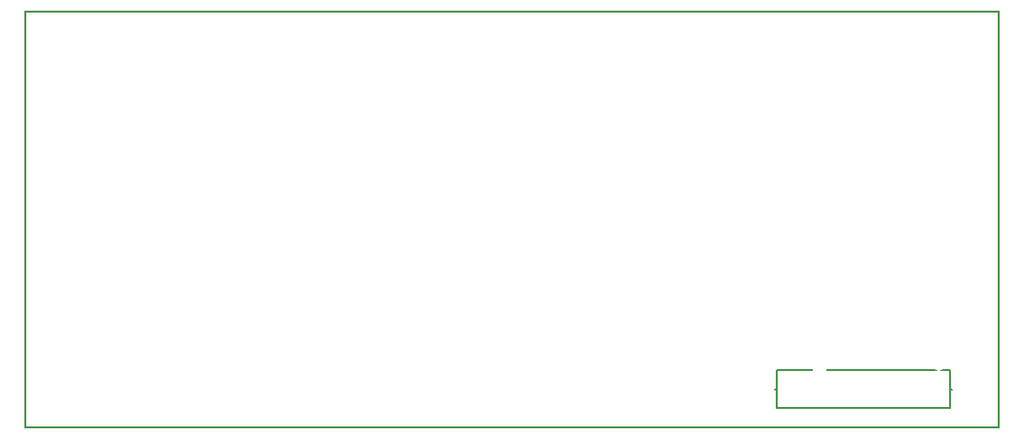
<source format=gto>
G04 MADE WITH FRITZING*
G04 WWW.FRITZING.ORG*
G04 DOUBLE SIDED*
G04 HOLES PLATED*
G04 CONTOUR ON CENTER OF CONTOUR VECTOR*
%ASAXBY*%
%FSLAX23Y23*%
%MOIN*%
%OFA0B0*%
%SFA1.0B1.0*%
%ADD10C,0.005000*%
%ADD11R,0.001000X0.001000*%
%LNSILK1*%
G90*
G70*
G54D10*
X3168Y201D02*
X3168Y136D01*
D02*
X3168Y136D02*
X3168Y71D01*
D02*
X3168Y71D02*
X2577Y71D01*
D02*
X2577Y71D02*
X2577Y136D01*
D02*
X2577Y136D02*
X2577Y201D01*
D02*
X3168Y136D02*
X3176Y136D01*
D02*
X2577Y136D02*
X2568Y136D01*
G54D11*
X0Y1436D02*
X3339Y1436D01*
X0Y1435D02*
X3339Y1435D01*
X0Y1434D02*
X3339Y1434D01*
X0Y1433D02*
X3339Y1433D01*
X0Y1432D02*
X3339Y1432D01*
X0Y1431D02*
X3339Y1431D01*
X0Y1430D02*
X3339Y1430D01*
X0Y1429D02*
X3339Y1429D01*
X0Y1428D02*
X7Y1428D01*
X3332Y1428D02*
X3339Y1428D01*
X0Y1427D02*
X7Y1427D01*
X3332Y1427D02*
X3339Y1427D01*
X0Y1426D02*
X7Y1426D01*
X3332Y1426D02*
X3339Y1426D01*
X0Y1425D02*
X7Y1425D01*
X3332Y1425D02*
X3339Y1425D01*
X0Y1424D02*
X7Y1424D01*
X3332Y1424D02*
X3339Y1424D01*
X0Y1423D02*
X7Y1423D01*
X3332Y1423D02*
X3339Y1423D01*
X0Y1422D02*
X7Y1422D01*
X3332Y1422D02*
X3339Y1422D01*
X0Y1421D02*
X7Y1421D01*
X3332Y1421D02*
X3339Y1421D01*
X0Y1420D02*
X7Y1420D01*
X3332Y1420D02*
X3339Y1420D01*
X0Y1419D02*
X7Y1419D01*
X3332Y1419D02*
X3339Y1419D01*
X0Y1418D02*
X7Y1418D01*
X3332Y1418D02*
X3339Y1418D01*
X0Y1417D02*
X7Y1417D01*
X3332Y1417D02*
X3339Y1417D01*
X0Y1416D02*
X7Y1416D01*
X3332Y1416D02*
X3339Y1416D01*
X0Y1415D02*
X7Y1415D01*
X3332Y1415D02*
X3339Y1415D01*
X0Y1414D02*
X7Y1414D01*
X3332Y1414D02*
X3339Y1414D01*
X0Y1413D02*
X7Y1413D01*
X3332Y1413D02*
X3339Y1413D01*
X0Y1412D02*
X7Y1412D01*
X3332Y1412D02*
X3339Y1412D01*
X0Y1411D02*
X7Y1411D01*
X3332Y1411D02*
X3339Y1411D01*
X0Y1410D02*
X7Y1410D01*
X3332Y1410D02*
X3339Y1410D01*
X0Y1409D02*
X7Y1409D01*
X3332Y1409D02*
X3339Y1409D01*
X0Y1408D02*
X7Y1408D01*
X3332Y1408D02*
X3339Y1408D01*
X0Y1407D02*
X7Y1407D01*
X3332Y1407D02*
X3339Y1407D01*
X0Y1406D02*
X7Y1406D01*
X3332Y1406D02*
X3339Y1406D01*
X0Y1405D02*
X7Y1405D01*
X3332Y1405D02*
X3339Y1405D01*
X0Y1404D02*
X7Y1404D01*
X3332Y1404D02*
X3339Y1404D01*
X0Y1403D02*
X7Y1403D01*
X3332Y1403D02*
X3339Y1403D01*
X0Y1402D02*
X7Y1402D01*
X3332Y1402D02*
X3339Y1402D01*
X0Y1401D02*
X7Y1401D01*
X3332Y1401D02*
X3339Y1401D01*
X0Y1400D02*
X7Y1400D01*
X3332Y1400D02*
X3339Y1400D01*
X0Y1399D02*
X7Y1399D01*
X3332Y1399D02*
X3339Y1399D01*
X0Y1398D02*
X7Y1398D01*
X3332Y1398D02*
X3339Y1398D01*
X0Y1397D02*
X7Y1397D01*
X3332Y1397D02*
X3339Y1397D01*
X0Y1396D02*
X7Y1396D01*
X3332Y1396D02*
X3339Y1396D01*
X0Y1395D02*
X7Y1395D01*
X3332Y1395D02*
X3339Y1395D01*
X0Y1394D02*
X7Y1394D01*
X3332Y1394D02*
X3339Y1394D01*
X0Y1393D02*
X7Y1393D01*
X3332Y1393D02*
X3339Y1393D01*
X0Y1392D02*
X7Y1392D01*
X3332Y1392D02*
X3339Y1392D01*
X0Y1391D02*
X7Y1391D01*
X3332Y1391D02*
X3339Y1391D01*
X0Y1390D02*
X7Y1390D01*
X3332Y1390D02*
X3339Y1390D01*
X0Y1389D02*
X7Y1389D01*
X3332Y1389D02*
X3339Y1389D01*
X0Y1388D02*
X7Y1388D01*
X3332Y1388D02*
X3339Y1388D01*
X0Y1387D02*
X7Y1387D01*
X3332Y1387D02*
X3339Y1387D01*
X0Y1386D02*
X7Y1386D01*
X3332Y1386D02*
X3339Y1386D01*
X0Y1385D02*
X7Y1385D01*
X3332Y1385D02*
X3339Y1385D01*
X0Y1384D02*
X7Y1384D01*
X3332Y1384D02*
X3339Y1384D01*
X0Y1383D02*
X7Y1383D01*
X3332Y1383D02*
X3339Y1383D01*
X0Y1382D02*
X7Y1382D01*
X3332Y1382D02*
X3339Y1382D01*
X0Y1381D02*
X7Y1381D01*
X3332Y1381D02*
X3339Y1381D01*
X0Y1380D02*
X7Y1380D01*
X3332Y1380D02*
X3339Y1380D01*
X0Y1379D02*
X7Y1379D01*
X3332Y1379D02*
X3339Y1379D01*
X0Y1378D02*
X7Y1378D01*
X3332Y1378D02*
X3339Y1378D01*
X0Y1377D02*
X7Y1377D01*
X3332Y1377D02*
X3339Y1377D01*
X0Y1376D02*
X7Y1376D01*
X3332Y1376D02*
X3339Y1376D01*
X0Y1375D02*
X7Y1375D01*
X3332Y1375D02*
X3339Y1375D01*
X0Y1374D02*
X7Y1374D01*
X3332Y1374D02*
X3339Y1374D01*
X0Y1373D02*
X7Y1373D01*
X3332Y1373D02*
X3339Y1373D01*
X0Y1372D02*
X7Y1372D01*
X3332Y1372D02*
X3339Y1372D01*
X0Y1371D02*
X7Y1371D01*
X3332Y1371D02*
X3339Y1371D01*
X0Y1370D02*
X7Y1370D01*
X3332Y1370D02*
X3339Y1370D01*
X0Y1369D02*
X7Y1369D01*
X3332Y1369D02*
X3339Y1369D01*
X0Y1368D02*
X7Y1368D01*
X3332Y1368D02*
X3339Y1368D01*
X0Y1367D02*
X7Y1367D01*
X3332Y1367D02*
X3339Y1367D01*
X0Y1366D02*
X7Y1366D01*
X3332Y1366D02*
X3339Y1366D01*
X0Y1365D02*
X7Y1365D01*
X3332Y1365D02*
X3339Y1365D01*
X0Y1364D02*
X7Y1364D01*
X3332Y1364D02*
X3339Y1364D01*
X0Y1363D02*
X7Y1363D01*
X3332Y1363D02*
X3339Y1363D01*
X0Y1362D02*
X7Y1362D01*
X3332Y1362D02*
X3339Y1362D01*
X0Y1361D02*
X7Y1361D01*
X3332Y1361D02*
X3339Y1361D01*
X0Y1360D02*
X7Y1360D01*
X3332Y1360D02*
X3339Y1360D01*
X0Y1359D02*
X7Y1359D01*
X3332Y1359D02*
X3339Y1359D01*
X0Y1358D02*
X7Y1358D01*
X3332Y1358D02*
X3339Y1358D01*
X0Y1357D02*
X7Y1357D01*
X3332Y1357D02*
X3339Y1357D01*
X0Y1356D02*
X7Y1356D01*
X3332Y1356D02*
X3339Y1356D01*
X0Y1355D02*
X7Y1355D01*
X3332Y1355D02*
X3339Y1355D01*
X0Y1354D02*
X7Y1354D01*
X3332Y1354D02*
X3339Y1354D01*
X0Y1353D02*
X7Y1353D01*
X3332Y1353D02*
X3339Y1353D01*
X0Y1352D02*
X7Y1352D01*
X3332Y1352D02*
X3339Y1352D01*
X0Y1351D02*
X7Y1351D01*
X3332Y1351D02*
X3339Y1351D01*
X0Y1350D02*
X7Y1350D01*
X3332Y1350D02*
X3339Y1350D01*
X0Y1349D02*
X7Y1349D01*
X3332Y1349D02*
X3339Y1349D01*
X0Y1348D02*
X7Y1348D01*
X3332Y1348D02*
X3339Y1348D01*
X0Y1347D02*
X7Y1347D01*
X3332Y1347D02*
X3339Y1347D01*
X0Y1346D02*
X7Y1346D01*
X3332Y1346D02*
X3339Y1346D01*
X0Y1345D02*
X7Y1345D01*
X3332Y1345D02*
X3339Y1345D01*
X0Y1344D02*
X7Y1344D01*
X3332Y1344D02*
X3339Y1344D01*
X0Y1343D02*
X7Y1343D01*
X3332Y1343D02*
X3339Y1343D01*
X0Y1342D02*
X7Y1342D01*
X3332Y1342D02*
X3339Y1342D01*
X0Y1341D02*
X7Y1341D01*
X3332Y1341D02*
X3339Y1341D01*
X0Y1340D02*
X7Y1340D01*
X3332Y1340D02*
X3339Y1340D01*
X0Y1339D02*
X7Y1339D01*
X3332Y1339D02*
X3339Y1339D01*
X0Y1338D02*
X7Y1338D01*
X3332Y1338D02*
X3339Y1338D01*
X0Y1337D02*
X7Y1337D01*
X3332Y1337D02*
X3339Y1337D01*
X0Y1336D02*
X7Y1336D01*
X3332Y1336D02*
X3339Y1336D01*
X0Y1335D02*
X7Y1335D01*
X3332Y1335D02*
X3339Y1335D01*
X0Y1334D02*
X7Y1334D01*
X3332Y1334D02*
X3339Y1334D01*
X0Y1333D02*
X7Y1333D01*
X3332Y1333D02*
X3339Y1333D01*
X0Y1332D02*
X7Y1332D01*
X3332Y1332D02*
X3339Y1332D01*
X0Y1331D02*
X7Y1331D01*
X3332Y1331D02*
X3339Y1331D01*
X0Y1330D02*
X7Y1330D01*
X3332Y1330D02*
X3339Y1330D01*
X0Y1329D02*
X7Y1329D01*
X3332Y1329D02*
X3339Y1329D01*
X0Y1328D02*
X7Y1328D01*
X3332Y1328D02*
X3339Y1328D01*
X0Y1327D02*
X7Y1327D01*
X3332Y1327D02*
X3339Y1327D01*
X0Y1326D02*
X7Y1326D01*
X3332Y1326D02*
X3339Y1326D01*
X0Y1325D02*
X7Y1325D01*
X3332Y1325D02*
X3339Y1325D01*
X0Y1324D02*
X7Y1324D01*
X3332Y1324D02*
X3339Y1324D01*
X0Y1323D02*
X7Y1323D01*
X3332Y1323D02*
X3339Y1323D01*
X0Y1322D02*
X7Y1322D01*
X3332Y1322D02*
X3339Y1322D01*
X0Y1321D02*
X7Y1321D01*
X3332Y1321D02*
X3339Y1321D01*
X0Y1320D02*
X7Y1320D01*
X3332Y1320D02*
X3339Y1320D01*
X0Y1319D02*
X7Y1319D01*
X3332Y1319D02*
X3339Y1319D01*
X0Y1318D02*
X7Y1318D01*
X3332Y1318D02*
X3339Y1318D01*
X0Y1317D02*
X7Y1317D01*
X3332Y1317D02*
X3339Y1317D01*
X0Y1316D02*
X7Y1316D01*
X3332Y1316D02*
X3339Y1316D01*
X0Y1315D02*
X7Y1315D01*
X3332Y1315D02*
X3339Y1315D01*
X0Y1314D02*
X7Y1314D01*
X3332Y1314D02*
X3339Y1314D01*
X0Y1313D02*
X7Y1313D01*
X3332Y1313D02*
X3339Y1313D01*
X0Y1312D02*
X7Y1312D01*
X3332Y1312D02*
X3339Y1312D01*
X0Y1311D02*
X7Y1311D01*
X3332Y1311D02*
X3339Y1311D01*
X0Y1310D02*
X7Y1310D01*
X3332Y1310D02*
X3339Y1310D01*
X0Y1309D02*
X7Y1309D01*
X3332Y1309D02*
X3339Y1309D01*
X0Y1308D02*
X7Y1308D01*
X3332Y1308D02*
X3339Y1308D01*
X0Y1307D02*
X7Y1307D01*
X3332Y1307D02*
X3339Y1307D01*
X0Y1306D02*
X7Y1306D01*
X3332Y1306D02*
X3339Y1306D01*
X0Y1305D02*
X7Y1305D01*
X3332Y1305D02*
X3339Y1305D01*
X0Y1304D02*
X7Y1304D01*
X3332Y1304D02*
X3339Y1304D01*
X0Y1303D02*
X7Y1303D01*
X3332Y1303D02*
X3339Y1303D01*
X0Y1302D02*
X7Y1302D01*
X3332Y1302D02*
X3339Y1302D01*
X0Y1301D02*
X7Y1301D01*
X3332Y1301D02*
X3339Y1301D01*
X0Y1300D02*
X7Y1300D01*
X3332Y1300D02*
X3339Y1300D01*
X0Y1299D02*
X7Y1299D01*
X3332Y1299D02*
X3339Y1299D01*
X0Y1298D02*
X7Y1298D01*
X3332Y1298D02*
X3339Y1298D01*
X0Y1297D02*
X7Y1297D01*
X3332Y1297D02*
X3339Y1297D01*
X0Y1296D02*
X7Y1296D01*
X3332Y1296D02*
X3339Y1296D01*
X0Y1295D02*
X7Y1295D01*
X3332Y1295D02*
X3339Y1295D01*
X0Y1294D02*
X7Y1294D01*
X3332Y1294D02*
X3339Y1294D01*
X0Y1293D02*
X7Y1293D01*
X3332Y1293D02*
X3339Y1293D01*
X0Y1292D02*
X7Y1292D01*
X3332Y1292D02*
X3339Y1292D01*
X0Y1291D02*
X7Y1291D01*
X3332Y1291D02*
X3339Y1291D01*
X0Y1290D02*
X7Y1290D01*
X3332Y1290D02*
X3339Y1290D01*
X0Y1289D02*
X7Y1289D01*
X3332Y1289D02*
X3339Y1289D01*
X0Y1288D02*
X7Y1288D01*
X3332Y1288D02*
X3339Y1288D01*
X0Y1287D02*
X7Y1287D01*
X3332Y1287D02*
X3339Y1287D01*
X0Y1286D02*
X7Y1286D01*
X3332Y1286D02*
X3339Y1286D01*
X0Y1285D02*
X7Y1285D01*
X3332Y1285D02*
X3339Y1285D01*
X0Y1284D02*
X7Y1284D01*
X3332Y1284D02*
X3339Y1284D01*
X0Y1283D02*
X7Y1283D01*
X3332Y1283D02*
X3339Y1283D01*
X0Y1282D02*
X7Y1282D01*
X3332Y1282D02*
X3339Y1282D01*
X0Y1281D02*
X7Y1281D01*
X3332Y1281D02*
X3339Y1281D01*
X0Y1280D02*
X7Y1280D01*
X3332Y1280D02*
X3339Y1280D01*
X0Y1279D02*
X7Y1279D01*
X3332Y1279D02*
X3339Y1279D01*
X0Y1278D02*
X7Y1278D01*
X3332Y1278D02*
X3339Y1278D01*
X0Y1277D02*
X7Y1277D01*
X3332Y1277D02*
X3339Y1277D01*
X0Y1276D02*
X7Y1276D01*
X3332Y1276D02*
X3339Y1276D01*
X0Y1275D02*
X7Y1275D01*
X3332Y1275D02*
X3339Y1275D01*
X0Y1274D02*
X7Y1274D01*
X3332Y1274D02*
X3339Y1274D01*
X0Y1273D02*
X7Y1273D01*
X3332Y1273D02*
X3339Y1273D01*
X0Y1272D02*
X7Y1272D01*
X3332Y1272D02*
X3339Y1272D01*
X0Y1271D02*
X7Y1271D01*
X3332Y1271D02*
X3339Y1271D01*
X0Y1270D02*
X7Y1270D01*
X3332Y1270D02*
X3339Y1270D01*
X0Y1269D02*
X7Y1269D01*
X3332Y1269D02*
X3339Y1269D01*
X0Y1268D02*
X7Y1268D01*
X3332Y1268D02*
X3339Y1268D01*
X0Y1267D02*
X7Y1267D01*
X3332Y1267D02*
X3339Y1267D01*
X0Y1266D02*
X7Y1266D01*
X3332Y1266D02*
X3339Y1266D01*
X0Y1265D02*
X7Y1265D01*
X3332Y1265D02*
X3339Y1265D01*
X0Y1264D02*
X7Y1264D01*
X3332Y1264D02*
X3339Y1264D01*
X0Y1263D02*
X7Y1263D01*
X3332Y1263D02*
X3339Y1263D01*
X0Y1262D02*
X7Y1262D01*
X3332Y1262D02*
X3339Y1262D01*
X0Y1261D02*
X7Y1261D01*
X3332Y1261D02*
X3339Y1261D01*
X0Y1260D02*
X7Y1260D01*
X3332Y1260D02*
X3339Y1260D01*
X0Y1259D02*
X7Y1259D01*
X3332Y1259D02*
X3339Y1259D01*
X0Y1258D02*
X7Y1258D01*
X3332Y1258D02*
X3339Y1258D01*
X0Y1257D02*
X7Y1257D01*
X3332Y1257D02*
X3339Y1257D01*
X0Y1256D02*
X7Y1256D01*
X3332Y1256D02*
X3339Y1256D01*
X0Y1255D02*
X7Y1255D01*
X3332Y1255D02*
X3339Y1255D01*
X0Y1254D02*
X7Y1254D01*
X3332Y1254D02*
X3339Y1254D01*
X0Y1253D02*
X7Y1253D01*
X3332Y1253D02*
X3339Y1253D01*
X0Y1252D02*
X7Y1252D01*
X3332Y1252D02*
X3339Y1252D01*
X0Y1251D02*
X7Y1251D01*
X3332Y1251D02*
X3339Y1251D01*
X0Y1250D02*
X7Y1250D01*
X3332Y1250D02*
X3339Y1250D01*
X0Y1249D02*
X7Y1249D01*
X3332Y1249D02*
X3339Y1249D01*
X0Y1248D02*
X7Y1248D01*
X3332Y1248D02*
X3339Y1248D01*
X0Y1247D02*
X7Y1247D01*
X3332Y1247D02*
X3339Y1247D01*
X0Y1246D02*
X7Y1246D01*
X3332Y1246D02*
X3339Y1246D01*
X0Y1245D02*
X7Y1245D01*
X3332Y1245D02*
X3339Y1245D01*
X0Y1244D02*
X7Y1244D01*
X3332Y1244D02*
X3339Y1244D01*
X0Y1243D02*
X7Y1243D01*
X3332Y1243D02*
X3339Y1243D01*
X0Y1242D02*
X7Y1242D01*
X3332Y1242D02*
X3339Y1242D01*
X0Y1241D02*
X7Y1241D01*
X3332Y1241D02*
X3339Y1241D01*
X0Y1240D02*
X7Y1240D01*
X3332Y1240D02*
X3339Y1240D01*
X0Y1239D02*
X7Y1239D01*
X3332Y1239D02*
X3339Y1239D01*
X0Y1238D02*
X7Y1238D01*
X3332Y1238D02*
X3339Y1238D01*
X0Y1237D02*
X7Y1237D01*
X3332Y1237D02*
X3339Y1237D01*
X0Y1236D02*
X7Y1236D01*
X3332Y1236D02*
X3339Y1236D01*
X0Y1235D02*
X7Y1235D01*
X3332Y1235D02*
X3339Y1235D01*
X0Y1234D02*
X7Y1234D01*
X3332Y1234D02*
X3339Y1234D01*
X0Y1233D02*
X7Y1233D01*
X3332Y1233D02*
X3339Y1233D01*
X0Y1232D02*
X7Y1232D01*
X3332Y1232D02*
X3339Y1232D01*
X0Y1231D02*
X7Y1231D01*
X3332Y1231D02*
X3339Y1231D01*
X0Y1230D02*
X7Y1230D01*
X3332Y1230D02*
X3339Y1230D01*
X0Y1229D02*
X7Y1229D01*
X3332Y1229D02*
X3339Y1229D01*
X0Y1228D02*
X7Y1228D01*
X3332Y1228D02*
X3339Y1228D01*
X0Y1227D02*
X7Y1227D01*
X3332Y1227D02*
X3339Y1227D01*
X0Y1226D02*
X7Y1226D01*
X3332Y1226D02*
X3339Y1226D01*
X0Y1225D02*
X7Y1225D01*
X3332Y1225D02*
X3339Y1225D01*
X0Y1224D02*
X7Y1224D01*
X3332Y1224D02*
X3339Y1224D01*
X0Y1223D02*
X7Y1223D01*
X3332Y1223D02*
X3339Y1223D01*
X0Y1222D02*
X7Y1222D01*
X3332Y1222D02*
X3339Y1222D01*
X0Y1221D02*
X7Y1221D01*
X3332Y1221D02*
X3339Y1221D01*
X0Y1220D02*
X7Y1220D01*
X3332Y1220D02*
X3339Y1220D01*
X0Y1219D02*
X7Y1219D01*
X3332Y1219D02*
X3339Y1219D01*
X0Y1218D02*
X7Y1218D01*
X3332Y1218D02*
X3339Y1218D01*
X0Y1217D02*
X7Y1217D01*
X3332Y1217D02*
X3339Y1217D01*
X0Y1216D02*
X7Y1216D01*
X3332Y1216D02*
X3339Y1216D01*
X0Y1215D02*
X7Y1215D01*
X3332Y1215D02*
X3339Y1215D01*
X0Y1214D02*
X7Y1214D01*
X3332Y1214D02*
X3339Y1214D01*
X0Y1213D02*
X7Y1213D01*
X3332Y1213D02*
X3339Y1213D01*
X0Y1212D02*
X7Y1212D01*
X3332Y1212D02*
X3339Y1212D01*
X0Y1211D02*
X7Y1211D01*
X3332Y1211D02*
X3339Y1211D01*
X0Y1210D02*
X7Y1210D01*
X3332Y1210D02*
X3339Y1210D01*
X0Y1209D02*
X7Y1209D01*
X3332Y1209D02*
X3339Y1209D01*
X0Y1208D02*
X7Y1208D01*
X3332Y1208D02*
X3339Y1208D01*
X0Y1207D02*
X7Y1207D01*
X3332Y1207D02*
X3339Y1207D01*
X0Y1206D02*
X7Y1206D01*
X3332Y1206D02*
X3339Y1206D01*
X0Y1205D02*
X7Y1205D01*
X3332Y1205D02*
X3339Y1205D01*
X0Y1204D02*
X7Y1204D01*
X3332Y1204D02*
X3339Y1204D01*
X0Y1203D02*
X7Y1203D01*
X3332Y1203D02*
X3339Y1203D01*
X0Y1202D02*
X7Y1202D01*
X3332Y1202D02*
X3339Y1202D01*
X0Y1201D02*
X7Y1201D01*
X3332Y1201D02*
X3339Y1201D01*
X0Y1200D02*
X7Y1200D01*
X3332Y1200D02*
X3339Y1200D01*
X0Y1199D02*
X7Y1199D01*
X3332Y1199D02*
X3339Y1199D01*
X0Y1198D02*
X7Y1198D01*
X3332Y1198D02*
X3339Y1198D01*
X0Y1197D02*
X7Y1197D01*
X3332Y1197D02*
X3339Y1197D01*
X0Y1196D02*
X7Y1196D01*
X3332Y1196D02*
X3339Y1196D01*
X0Y1195D02*
X7Y1195D01*
X3332Y1195D02*
X3339Y1195D01*
X0Y1194D02*
X7Y1194D01*
X3332Y1194D02*
X3339Y1194D01*
X0Y1193D02*
X7Y1193D01*
X3332Y1193D02*
X3339Y1193D01*
X0Y1192D02*
X7Y1192D01*
X3332Y1192D02*
X3339Y1192D01*
X0Y1191D02*
X7Y1191D01*
X3332Y1191D02*
X3339Y1191D01*
X0Y1190D02*
X7Y1190D01*
X3332Y1190D02*
X3339Y1190D01*
X0Y1189D02*
X7Y1189D01*
X3332Y1189D02*
X3339Y1189D01*
X0Y1188D02*
X7Y1188D01*
X3332Y1188D02*
X3339Y1188D01*
X0Y1187D02*
X7Y1187D01*
X3332Y1187D02*
X3339Y1187D01*
X0Y1186D02*
X7Y1186D01*
X3332Y1186D02*
X3339Y1186D01*
X0Y1185D02*
X7Y1185D01*
X3332Y1185D02*
X3339Y1185D01*
X0Y1184D02*
X7Y1184D01*
X3332Y1184D02*
X3339Y1184D01*
X0Y1183D02*
X7Y1183D01*
X3332Y1183D02*
X3339Y1183D01*
X0Y1182D02*
X7Y1182D01*
X3332Y1182D02*
X3339Y1182D01*
X0Y1181D02*
X7Y1181D01*
X3332Y1181D02*
X3339Y1181D01*
X0Y1180D02*
X7Y1180D01*
X3332Y1180D02*
X3339Y1180D01*
X0Y1179D02*
X7Y1179D01*
X3332Y1179D02*
X3339Y1179D01*
X0Y1178D02*
X7Y1178D01*
X3332Y1178D02*
X3339Y1178D01*
X0Y1177D02*
X7Y1177D01*
X3332Y1177D02*
X3339Y1177D01*
X0Y1176D02*
X7Y1176D01*
X3332Y1176D02*
X3339Y1176D01*
X0Y1175D02*
X7Y1175D01*
X3332Y1175D02*
X3339Y1175D01*
X0Y1174D02*
X7Y1174D01*
X3332Y1174D02*
X3339Y1174D01*
X0Y1173D02*
X7Y1173D01*
X3332Y1173D02*
X3339Y1173D01*
X0Y1172D02*
X7Y1172D01*
X3332Y1172D02*
X3339Y1172D01*
X0Y1171D02*
X7Y1171D01*
X3332Y1171D02*
X3339Y1171D01*
X0Y1170D02*
X7Y1170D01*
X3332Y1170D02*
X3339Y1170D01*
X0Y1169D02*
X7Y1169D01*
X3332Y1169D02*
X3339Y1169D01*
X0Y1168D02*
X7Y1168D01*
X3332Y1168D02*
X3339Y1168D01*
X0Y1167D02*
X7Y1167D01*
X3332Y1167D02*
X3339Y1167D01*
X0Y1166D02*
X7Y1166D01*
X3332Y1166D02*
X3339Y1166D01*
X0Y1165D02*
X7Y1165D01*
X3332Y1165D02*
X3339Y1165D01*
X0Y1164D02*
X7Y1164D01*
X3332Y1164D02*
X3339Y1164D01*
X0Y1163D02*
X7Y1163D01*
X3332Y1163D02*
X3339Y1163D01*
X0Y1162D02*
X7Y1162D01*
X3332Y1162D02*
X3339Y1162D01*
X0Y1161D02*
X7Y1161D01*
X3332Y1161D02*
X3339Y1161D01*
X0Y1160D02*
X7Y1160D01*
X3332Y1160D02*
X3339Y1160D01*
X0Y1159D02*
X7Y1159D01*
X3332Y1159D02*
X3339Y1159D01*
X0Y1158D02*
X7Y1158D01*
X3332Y1158D02*
X3339Y1158D01*
X0Y1157D02*
X7Y1157D01*
X3332Y1157D02*
X3339Y1157D01*
X0Y1156D02*
X7Y1156D01*
X3332Y1156D02*
X3339Y1156D01*
X0Y1155D02*
X7Y1155D01*
X3332Y1155D02*
X3339Y1155D01*
X0Y1154D02*
X7Y1154D01*
X3332Y1154D02*
X3339Y1154D01*
X0Y1153D02*
X7Y1153D01*
X3332Y1153D02*
X3339Y1153D01*
X0Y1152D02*
X7Y1152D01*
X3332Y1152D02*
X3339Y1152D01*
X0Y1151D02*
X7Y1151D01*
X3332Y1151D02*
X3339Y1151D01*
X0Y1150D02*
X7Y1150D01*
X3332Y1150D02*
X3339Y1150D01*
X0Y1149D02*
X7Y1149D01*
X3332Y1149D02*
X3339Y1149D01*
X0Y1148D02*
X7Y1148D01*
X3332Y1148D02*
X3339Y1148D01*
X0Y1147D02*
X7Y1147D01*
X3332Y1147D02*
X3339Y1147D01*
X0Y1146D02*
X7Y1146D01*
X3332Y1146D02*
X3339Y1146D01*
X0Y1145D02*
X7Y1145D01*
X3332Y1145D02*
X3339Y1145D01*
X0Y1144D02*
X7Y1144D01*
X3332Y1144D02*
X3339Y1144D01*
X0Y1143D02*
X7Y1143D01*
X3332Y1143D02*
X3339Y1143D01*
X0Y1142D02*
X7Y1142D01*
X3332Y1142D02*
X3339Y1142D01*
X0Y1141D02*
X7Y1141D01*
X3332Y1141D02*
X3339Y1141D01*
X0Y1140D02*
X7Y1140D01*
X3332Y1140D02*
X3339Y1140D01*
X0Y1139D02*
X7Y1139D01*
X3332Y1139D02*
X3339Y1139D01*
X0Y1138D02*
X7Y1138D01*
X3332Y1138D02*
X3339Y1138D01*
X0Y1137D02*
X7Y1137D01*
X3332Y1137D02*
X3339Y1137D01*
X0Y1136D02*
X7Y1136D01*
X3332Y1136D02*
X3339Y1136D01*
X0Y1135D02*
X7Y1135D01*
X3332Y1135D02*
X3339Y1135D01*
X0Y1134D02*
X7Y1134D01*
X3332Y1134D02*
X3339Y1134D01*
X0Y1133D02*
X7Y1133D01*
X3332Y1133D02*
X3339Y1133D01*
X0Y1132D02*
X7Y1132D01*
X3332Y1132D02*
X3339Y1132D01*
X0Y1131D02*
X7Y1131D01*
X3332Y1131D02*
X3339Y1131D01*
X0Y1130D02*
X7Y1130D01*
X3332Y1130D02*
X3339Y1130D01*
X0Y1129D02*
X7Y1129D01*
X3332Y1129D02*
X3339Y1129D01*
X0Y1128D02*
X7Y1128D01*
X3332Y1128D02*
X3339Y1128D01*
X0Y1127D02*
X7Y1127D01*
X3332Y1127D02*
X3339Y1127D01*
X0Y1126D02*
X7Y1126D01*
X3332Y1126D02*
X3339Y1126D01*
X0Y1125D02*
X7Y1125D01*
X3332Y1125D02*
X3339Y1125D01*
X0Y1124D02*
X7Y1124D01*
X3332Y1124D02*
X3339Y1124D01*
X0Y1123D02*
X7Y1123D01*
X3332Y1123D02*
X3339Y1123D01*
X0Y1122D02*
X7Y1122D01*
X3332Y1122D02*
X3339Y1122D01*
X0Y1121D02*
X7Y1121D01*
X3332Y1121D02*
X3339Y1121D01*
X0Y1120D02*
X7Y1120D01*
X3332Y1120D02*
X3339Y1120D01*
X0Y1119D02*
X7Y1119D01*
X3332Y1119D02*
X3339Y1119D01*
X0Y1118D02*
X7Y1118D01*
X3332Y1118D02*
X3339Y1118D01*
X0Y1117D02*
X7Y1117D01*
X3332Y1117D02*
X3339Y1117D01*
X0Y1116D02*
X7Y1116D01*
X3332Y1116D02*
X3339Y1116D01*
X0Y1115D02*
X7Y1115D01*
X3332Y1115D02*
X3339Y1115D01*
X0Y1114D02*
X7Y1114D01*
X3332Y1114D02*
X3339Y1114D01*
X0Y1113D02*
X7Y1113D01*
X3332Y1113D02*
X3339Y1113D01*
X0Y1112D02*
X7Y1112D01*
X3332Y1112D02*
X3339Y1112D01*
X0Y1111D02*
X7Y1111D01*
X3332Y1111D02*
X3339Y1111D01*
X0Y1110D02*
X7Y1110D01*
X3332Y1110D02*
X3339Y1110D01*
X0Y1109D02*
X7Y1109D01*
X3332Y1109D02*
X3339Y1109D01*
X0Y1108D02*
X7Y1108D01*
X3332Y1108D02*
X3339Y1108D01*
X0Y1107D02*
X7Y1107D01*
X3332Y1107D02*
X3339Y1107D01*
X0Y1106D02*
X7Y1106D01*
X3332Y1106D02*
X3339Y1106D01*
X0Y1105D02*
X7Y1105D01*
X3332Y1105D02*
X3339Y1105D01*
X0Y1104D02*
X7Y1104D01*
X3332Y1104D02*
X3339Y1104D01*
X0Y1103D02*
X7Y1103D01*
X3332Y1103D02*
X3339Y1103D01*
X0Y1102D02*
X7Y1102D01*
X3332Y1102D02*
X3339Y1102D01*
X0Y1101D02*
X7Y1101D01*
X3332Y1101D02*
X3339Y1101D01*
X0Y1100D02*
X7Y1100D01*
X3332Y1100D02*
X3339Y1100D01*
X0Y1099D02*
X7Y1099D01*
X3332Y1099D02*
X3339Y1099D01*
X0Y1098D02*
X7Y1098D01*
X3332Y1098D02*
X3339Y1098D01*
X0Y1097D02*
X7Y1097D01*
X3332Y1097D02*
X3339Y1097D01*
X0Y1096D02*
X7Y1096D01*
X3332Y1096D02*
X3339Y1096D01*
X0Y1095D02*
X7Y1095D01*
X3332Y1095D02*
X3339Y1095D01*
X0Y1094D02*
X7Y1094D01*
X3332Y1094D02*
X3339Y1094D01*
X0Y1093D02*
X7Y1093D01*
X3332Y1093D02*
X3339Y1093D01*
X0Y1092D02*
X7Y1092D01*
X3332Y1092D02*
X3339Y1092D01*
X0Y1091D02*
X7Y1091D01*
X3332Y1091D02*
X3339Y1091D01*
X0Y1090D02*
X7Y1090D01*
X3332Y1090D02*
X3339Y1090D01*
X0Y1089D02*
X7Y1089D01*
X3332Y1089D02*
X3339Y1089D01*
X0Y1088D02*
X7Y1088D01*
X3332Y1088D02*
X3339Y1088D01*
X0Y1087D02*
X7Y1087D01*
X3332Y1087D02*
X3339Y1087D01*
X0Y1086D02*
X7Y1086D01*
X3332Y1086D02*
X3339Y1086D01*
X0Y1085D02*
X7Y1085D01*
X3332Y1085D02*
X3339Y1085D01*
X0Y1084D02*
X7Y1084D01*
X3332Y1084D02*
X3339Y1084D01*
X0Y1083D02*
X7Y1083D01*
X3332Y1083D02*
X3339Y1083D01*
X0Y1082D02*
X7Y1082D01*
X3332Y1082D02*
X3339Y1082D01*
X0Y1081D02*
X7Y1081D01*
X3332Y1081D02*
X3339Y1081D01*
X0Y1080D02*
X7Y1080D01*
X3332Y1080D02*
X3339Y1080D01*
X0Y1079D02*
X7Y1079D01*
X3332Y1079D02*
X3339Y1079D01*
X0Y1078D02*
X7Y1078D01*
X3332Y1078D02*
X3339Y1078D01*
X0Y1077D02*
X7Y1077D01*
X3332Y1077D02*
X3339Y1077D01*
X0Y1076D02*
X7Y1076D01*
X3332Y1076D02*
X3339Y1076D01*
X0Y1075D02*
X7Y1075D01*
X3332Y1075D02*
X3339Y1075D01*
X0Y1074D02*
X7Y1074D01*
X3332Y1074D02*
X3339Y1074D01*
X0Y1073D02*
X7Y1073D01*
X3332Y1073D02*
X3339Y1073D01*
X0Y1072D02*
X7Y1072D01*
X3332Y1072D02*
X3339Y1072D01*
X0Y1071D02*
X7Y1071D01*
X3332Y1071D02*
X3339Y1071D01*
X0Y1070D02*
X7Y1070D01*
X3332Y1070D02*
X3339Y1070D01*
X0Y1069D02*
X7Y1069D01*
X3332Y1069D02*
X3339Y1069D01*
X0Y1068D02*
X7Y1068D01*
X3332Y1068D02*
X3339Y1068D01*
X0Y1067D02*
X7Y1067D01*
X3332Y1067D02*
X3339Y1067D01*
X0Y1066D02*
X7Y1066D01*
X3332Y1066D02*
X3339Y1066D01*
X0Y1065D02*
X7Y1065D01*
X3332Y1065D02*
X3339Y1065D01*
X0Y1064D02*
X7Y1064D01*
X3332Y1064D02*
X3339Y1064D01*
X0Y1063D02*
X7Y1063D01*
X3332Y1063D02*
X3339Y1063D01*
X0Y1062D02*
X7Y1062D01*
X3332Y1062D02*
X3339Y1062D01*
X0Y1061D02*
X7Y1061D01*
X3332Y1061D02*
X3339Y1061D01*
X0Y1060D02*
X7Y1060D01*
X3332Y1060D02*
X3339Y1060D01*
X0Y1059D02*
X7Y1059D01*
X3332Y1059D02*
X3339Y1059D01*
X0Y1058D02*
X7Y1058D01*
X3332Y1058D02*
X3339Y1058D01*
X0Y1057D02*
X7Y1057D01*
X3332Y1057D02*
X3339Y1057D01*
X0Y1056D02*
X7Y1056D01*
X3332Y1056D02*
X3339Y1056D01*
X0Y1055D02*
X7Y1055D01*
X3332Y1055D02*
X3339Y1055D01*
X0Y1054D02*
X7Y1054D01*
X3332Y1054D02*
X3339Y1054D01*
X0Y1053D02*
X7Y1053D01*
X3332Y1053D02*
X3339Y1053D01*
X0Y1052D02*
X7Y1052D01*
X3332Y1052D02*
X3339Y1052D01*
X0Y1051D02*
X7Y1051D01*
X3332Y1051D02*
X3339Y1051D01*
X0Y1050D02*
X7Y1050D01*
X3332Y1050D02*
X3339Y1050D01*
X0Y1049D02*
X7Y1049D01*
X3332Y1049D02*
X3339Y1049D01*
X0Y1048D02*
X7Y1048D01*
X3332Y1048D02*
X3339Y1048D01*
X0Y1047D02*
X7Y1047D01*
X3332Y1047D02*
X3339Y1047D01*
X0Y1046D02*
X7Y1046D01*
X3332Y1046D02*
X3339Y1046D01*
X0Y1045D02*
X7Y1045D01*
X3332Y1045D02*
X3339Y1045D01*
X0Y1044D02*
X7Y1044D01*
X3332Y1044D02*
X3339Y1044D01*
X0Y1043D02*
X7Y1043D01*
X3332Y1043D02*
X3339Y1043D01*
X0Y1042D02*
X7Y1042D01*
X3332Y1042D02*
X3339Y1042D01*
X0Y1041D02*
X7Y1041D01*
X3332Y1041D02*
X3339Y1041D01*
X0Y1040D02*
X7Y1040D01*
X3332Y1040D02*
X3339Y1040D01*
X0Y1039D02*
X7Y1039D01*
X3332Y1039D02*
X3339Y1039D01*
X0Y1038D02*
X7Y1038D01*
X3332Y1038D02*
X3339Y1038D01*
X0Y1037D02*
X7Y1037D01*
X3332Y1037D02*
X3339Y1037D01*
X0Y1036D02*
X7Y1036D01*
X3332Y1036D02*
X3339Y1036D01*
X0Y1035D02*
X7Y1035D01*
X3332Y1035D02*
X3339Y1035D01*
X0Y1034D02*
X7Y1034D01*
X3332Y1034D02*
X3339Y1034D01*
X0Y1033D02*
X7Y1033D01*
X3332Y1033D02*
X3339Y1033D01*
X0Y1032D02*
X7Y1032D01*
X3332Y1032D02*
X3339Y1032D01*
X0Y1031D02*
X7Y1031D01*
X3332Y1031D02*
X3339Y1031D01*
X0Y1030D02*
X7Y1030D01*
X3332Y1030D02*
X3339Y1030D01*
X0Y1029D02*
X7Y1029D01*
X3332Y1029D02*
X3339Y1029D01*
X0Y1028D02*
X7Y1028D01*
X3332Y1028D02*
X3339Y1028D01*
X0Y1027D02*
X7Y1027D01*
X3332Y1027D02*
X3339Y1027D01*
X0Y1026D02*
X7Y1026D01*
X3332Y1026D02*
X3339Y1026D01*
X0Y1025D02*
X7Y1025D01*
X3332Y1025D02*
X3339Y1025D01*
X0Y1024D02*
X7Y1024D01*
X3332Y1024D02*
X3339Y1024D01*
X0Y1023D02*
X7Y1023D01*
X3332Y1023D02*
X3339Y1023D01*
X0Y1022D02*
X7Y1022D01*
X3332Y1022D02*
X3339Y1022D01*
X0Y1021D02*
X7Y1021D01*
X3332Y1021D02*
X3339Y1021D01*
X0Y1020D02*
X7Y1020D01*
X3332Y1020D02*
X3339Y1020D01*
X0Y1019D02*
X7Y1019D01*
X3332Y1019D02*
X3339Y1019D01*
X0Y1018D02*
X7Y1018D01*
X3332Y1018D02*
X3339Y1018D01*
X0Y1017D02*
X7Y1017D01*
X3332Y1017D02*
X3339Y1017D01*
X0Y1016D02*
X7Y1016D01*
X3332Y1016D02*
X3339Y1016D01*
X0Y1015D02*
X7Y1015D01*
X3332Y1015D02*
X3339Y1015D01*
X0Y1014D02*
X7Y1014D01*
X3332Y1014D02*
X3339Y1014D01*
X0Y1013D02*
X7Y1013D01*
X3332Y1013D02*
X3339Y1013D01*
X0Y1012D02*
X7Y1012D01*
X3332Y1012D02*
X3339Y1012D01*
X0Y1011D02*
X7Y1011D01*
X3332Y1011D02*
X3339Y1011D01*
X0Y1010D02*
X7Y1010D01*
X3332Y1010D02*
X3339Y1010D01*
X0Y1009D02*
X7Y1009D01*
X3332Y1009D02*
X3339Y1009D01*
X0Y1008D02*
X7Y1008D01*
X3332Y1008D02*
X3339Y1008D01*
X0Y1007D02*
X7Y1007D01*
X3332Y1007D02*
X3339Y1007D01*
X0Y1006D02*
X7Y1006D01*
X3332Y1006D02*
X3339Y1006D01*
X0Y1005D02*
X7Y1005D01*
X3332Y1005D02*
X3339Y1005D01*
X0Y1004D02*
X7Y1004D01*
X3332Y1004D02*
X3339Y1004D01*
X0Y1003D02*
X7Y1003D01*
X3332Y1003D02*
X3339Y1003D01*
X0Y1002D02*
X7Y1002D01*
X3332Y1002D02*
X3339Y1002D01*
X0Y1001D02*
X7Y1001D01*
X3332Y1001D02*
X3339Y1001D01*
X0Y1000D02*
X7Y1000D01*
X3332Y1000D02*
X3339Y1000D01*
X0Y999D02*
X7Y999D01*
X3332Y999D02*
X3339Y999D01*
X0Y998D02*
X7Y998D01*
X3332Y998D02*
X3339Y998D01*
X0Y997D02*
X7Y997D01*
X3332Y997D02*
X3339Y997D01*
X0Y996D02*
X7Y996D01*
X3332Y996D02*
X3339Y996D01*
X0Y995D02*
X7Y995D01*
X3332Y995D02*
X3339Y995D01*
X0Y994D02*
X7Y994D01*
X3332Y994D02*
X3339Y994D01*
X0Y993D02*
X7Y993D01*
X3332Y993D02*
X3339Y993D01*
X0Y992D02*
X7Y992D01*
X3332Y992D02*
X3339Y992D01*
X0Y991D02*
X7Y991D01*
X3332Y991D02*
X3339Y991D01*
X0Y990D02*
X7Y990D01*
X3332Y990D02*
X3339Y990D01*
X0Y989D02*
X7Y989D01*
X3332Y989D02*
X3339Y989D01*
X0Y988D02*
X7Y988D01*
X3332Y988D02*
X3339Y988D01*
X0Y987D02*
X7Y987D01*
X3332Y987D02*
X3339Y987D01*
X0Y986D02*
X7Y986D01*
X3332Y986D02*
X3339Y986D01*
X0Y985D02*
X7Y985D01*
X3332Y985D02*
X3339Y985D01*
X0Y984D02*
X7Y984D01*
X3332Y984D02*
X3339Y984D01*
X0Y983D02*
X7Y983D01*
X3332Y983D02*
X3339Y983D01*
X0Y982D02*
X7Y982D01*
X3332Y982D02*
X3339Y982D01*
X0Y981D02*
X7Y981D01*
X3332Y981D02*
X3339Y981D01*
X0Y980D02*
X7Y980D01*
X3332Y980D02*
X3339Y980D01*
X0Y979D02*
X7Y979D01*
X3332Y979D02*
X3339Y979D01*
X0Y978D02*
X7Y978D01*
X3332Y978D02*
X3339Y978D01*
X0Y977D02*
X7Y977D01*
X3332Y977D02*
X3339Y977D01*
X0Y976D02*
X7Y976D01*
X3332Y976D02*
X3339Y976D01*
X0Y975D02*
X7Y975D01*
X3332Y975D02*
X3339Y975D01*
X0Y974D02*
X7Y974D01*
X3332Y974D02*
X3339Y974D01*
X0Y973D02*
X7Y973D01*
X3332Y973D02*
X3339Y973D01*
X0Y972D02*
X7Y972D01*
X3332Y972D02*
X3339Y972D01*
X0Y971D02*
X7Y971D01*
X3332Y971D02*
X3339Y971D01*
X0Y970D02*
X7Y970D01*
X3332Y970D02*
X3339Y970D01*
X0Y969D02*
X7Y969D01*
X3332Y969D02*
X3339Y969D01*
X0Y968D02*
X7Y968D01*
X3332Y968D02*
X3339Y968D01*
X0Y967D02*
X7Y967D01*
X3332Y967D02*
X3339Y967D01*
X0Y966D02*
X7Y966D01*
X3332Y966D02*
X3339Y966D01*
X0Y965D02*
X7Y965D01*
X3332Y965D02*
X3339Y965D01*
X0Y964D02*
X7Y964D01*
X3332Y964D02*
X3339Y964D01*
X0Y963D02*
X7Y963D01*
X3332Y963D02*
X3339Y963D01*
X0Y962D02*
X7Y962D01*
X3332Y962D02*
X3339Y962D01*
X0Y961D02*
X7Y961D01*
X3332Y961D02*
X3339Y961D01*
X0Y960D02*
X7Y960D01*
X3332Y960D02*
X3339Y960D01*
X0Y959D02*
X7Y959D01*
X3332Y959D02*
X3339Y959D01*
X0Y958D02*
X7Y958D01*
X3332Y958D02*
X3339Y958D01*
X0Y957D02*
X7Y957D01*
X3332Y957D02*
X3339Y957D01*
X0Y956D02*
X7Y956D01*
X3332Y956D02*
X3339Y956D01*
X0Y955D02*
X7Y955D01*
X3332Y955D02*
X3339Y955D01*
X0Y954D02*
X7Y954D01*
X3332Y954D02*
X3339Y954D01*
X0Y953D02*
X7Y953D01*
X3332Y953D02*
X3339Y953D01*
X0Y952D02*
X7Y952D01*
X3332Y952D02*
X3339Y952D01*
X0Y951D02*
X7Y951D01*
X3332Y951D02*
X3339Y951D01*
X0Y950D02*
X7Y950D01*
X3332Y950D02*
X3339Y950D01*
X0Y949D02*
X7Y949D01*
X3332Y949D02*
X3339Y949D01*
X0Y948D02*
X7Y948D01*
X3332Y948D02*
X3339Y948D01*
X0Y947D02*
X7Y947D01*
X3332Y947D02*
X3339Y947D01*
X0Y946D02*
X7Y946D01*
X3332Y946D02*
X3339Y946D01*
X0Y945D02*
X7Y945D01*
X3332Y945D02*
X3339Y945D01*
X0Y944D02*
X7Y944D01*
X3332Y944D02*
X3339Y944D01*
X0Y943D02*
X7Y943D01*
X3332Y943D02*
X3339Y943D01*
X0Y942D02*
X7Y942D01*
X3332Y942D02*
X3339Y942D01*
X0Y941D02*
X7Y941D01*
X3332Y941D02*
X3339Y941D01*
X0Y940D02*
X7Y940D01*
X3332Y940D02*
X3339Y940D01*
X0Y939D02*
X7Y939D01*
X3332Y939D02*
X3339Y939D01*
X0Y938D02*
X7Y938D01*
X3332Y938D02*
X3339Y938D01*
X0Y937D02*
X7Y937D01*
X3332Y937D02*
X3339Y937D01*
X0Y936D02*
X7Y936D01*
X3332Y936D02*
X3339Y936D01*
X0Y935D02*
X7Y935D01*
X3332Y935D02*
X3339Y935D01*
X0Y934D02*
X7Y934D01*
X3332Y934D02*
X3339Y934D01*
X0Y933D02*
X7Y933D01*
X3332Y933D02*
X3339Y933D01*
X0Y932D02*
X7Y932D01*
X3332Y932D02*
X3339Y932D01*
X0Y931D02*
X7Y931D01*
X3332Y931D02*
X3339Y931D01*
X0Y930D02*
X7Y930D01*
X3332Y930D02*
X3339Y930D01*
X0Y929D02*
X7Y929D01*
X3332Y929D02*
X3339Y929D01*
X0Y928D02*
X7Y928D01*
X3332Y928D02*
X3339Y928D01*
X0Y927D02*
X7Y927D01*
X3332Y927D02*
X3339Y927D01*
X0Y926D02*
X7Y926D01*
X3332Y926D02*
X3339Y926D01*
X0Y925D02*
X7Y925D01*
X3332Y925D02*
X3339Y925D01*
X0Y924D02*
X7Y924D01*
X3332Y924D02*
X3339Y924D01*
X0Y923D02*
X7Y923D01*
X3332Y923D02*
X3339Y923D01*
X0Y922D02*
X7Y922D01*
X3332Y922D02*
X3339Y922D01*
X0Y921D02*
X7Y921D01*
X3332Y921D02*
X3339Y921D01*
X0Y920D02*
X7Y920D01*
X3332Y920D02*
X3339Y920D01*
X0Y919D02*
X7Y919D01*
X3332Y919D02*
X3339Y919D01*
X0Y918D02*
X7Y918D01*
X3332Y918D02*
X3339Y918D01*
X0Y917D02*
X7Y917D01*
X3332Y917D02*
X3339Y917D01*
X0Y916D02*
X7Y916D01*
X3332Y916D02*
X3339Y916D01*
X0Y915D02*
X7Y915D01*
X3332Y915D02*
X3339Y915D01*
X0Y914D02*
X7Y914D01*
X3332Y914D02*
X3339Y914D01*
X0Y913D02*
X7Y913D01*
X3332Y913D02*
X3339Y913D01*
X0Y912D02*
X7Y912D01*
X3332Y912D02*
X3339Y912D01*
X0Y911D02*
X7Y911D01*
X3332Y911D02*
X3339Y911D01*
X0Y910D02*
X7Y910D01*
X3332Y910D02*
X3339Y910D01*
X0Y909D02*
X7Y909D01*
X3332Y909D02*
X3339Y909D01*
X0Y908D02*
X7Y908D01*
X3332Y908D02*
X3339Y908D01*
X0Y907D02*
X7Y907D01*
X3332Y907D02*
X3339Y907D01*
X0Y906D02*
X7Y906D01*
X3332Y906D02*
X3339Y906D01*
X0Y905D02*
X7Y905D01*
X3332Y905D02*
X3339Y905D01*
X0Y904D02*
X7Y904D01*
X3332Y904D02*
X3339Y904D01*
X0Y903D02*
X7Y903D01*
X3332Y903D02*
X3339Y903D01*
X0Y902D02*
X7Y902D01*
X3332Y902D02*
X3339Y902D01*
X0Y901D02*
X7Y901D01*
X3332Y901D02*
X3339Y901D01*
X0Y900D02*
X7Y900D01*
X3332Y900D02*
X3339Y900D01*
X0Y899D02*
X7Y899D01*
X3332Y899D02*
X3339Y899D01*
X0Y898D02*
X7Y898D01*
X3332Y898D02*
X3339Y898D01*
X0Y897D02*
X7Y897D01*
X3332Y897D02*
X3339Y897D01*
X0Y896D02*
X7Y896D01*
X3332Y896D02*
X3339Y896D01*
X0Y895D02*
X7Y895D01*
X3332Y895D02*
X3339Y895D01*
X0Y894D02*
X7Y894D01*
X3332Y894D02*
X3339Y894D01*
X0Y893D02*
X7Y893D01*
X3332Y893D02*
X3339Y893D01*
X0Y892D02*
X7Y892D01*
X3332Y892D02*
X3339Y892D01*
X0Y891D02*
X7Y891D01*
X3332Y891D02*
X3339Y891D01*
X0Y890D02*
X7Y890D01*
X3332Y890D02*
X3339Y890D01*
X0Y889D02*
X7Y889D01*
X3332Y889D02*
X3339Y889D01*
X0Y888D02*
X7Y888D01*
X3332Y888D02*
X3339Y888D01*
X0Y887D02*
X7Y887D01*
X3332Y887D02*
X3339Y887D01*
X0Y886D02*
X7Y886D01*
X3332Y886D02*
X3339Y886D01*
X0Y885D02*
X7Y885D01*
X3332Y885D02*
X3339Y885D01*
X0Y884D02*
X7Y884D01*
X3332Y884D02*
X3339Y884D01*
X0Y883D02*
X7Y883D01*
X3332Y883D02*
X3339Y883D01*
X0Y882D02*
X7Y882D01*
X3332Y882D02*
X3339Y882D01*
X0Y881D02*
X7Y881D01*
X3332Y881D02*
X3339Y881D01*
X0Y880D02*
X7Y880D01*
X3332Y880D02*
X3339Y880D01*
X0Y879D02*
X7Y879D01*
X3332Y879D02*
X3339Y879D01*
X0Y878D02*
X7Y878D01*
X3332Y878D02*
X3339Y878D01*
X0Y877D02*
X7Y877D01*
X3332Y877D02*
X3339Y877D01*
X0Y876D02*
X7Y876D01*
X3332Y876D02*
X3339Y876D01*
X0Y875D02*
X7Y875D01*
X3332Y875D02*
X3339Y875D01*
X0Y874D02*
X7Y874D01*
X3332Y874D02*
X3339Y874D01*
X0Y873D02*
X7Y873D01*
X3332Y873D02*
X3339Y873D01*
X0Y872D02*
X7Y872D01*
X3332Y872D02*
X3339Y872D01*
X0Y871D02*
X7Y871D01*
X3332Y871D02*
X3339Y871D01*
X0Y870D02*
X7Y870D01*
X3332Y870D02*
X3339Y870D01*
X0Y869D02*
X7Y869D01*
X3332Y869D02*
X3339Y869D01*
X0Y868D02*
X7Y868D01*
X3332Y868D02*
X3339Y868D01*
X0Y867D02*
X7Y867D01*
X3332Y867D02*
X3339Y867D01*
X0Y866D02*
X7Y866D01*
X3332Y866D02*
X3339Y866D01*
X0Y865D02*
X7Y865D01*
X3332Y865D02*
X3339Y865D01*
X0Y864D02*
X7Y864D01*
X3332Y864D02*
X3339Y864D01*
X0Y863D02*
X7Y863D01*
X3332Y863D02*
X3339Y863D01*
X0Y862D02*
X7Y862D01*
X3332Y862D02*
X3339Y862D01*
X0Y861D02*
X7Y861D01*
X3332Y861D02*
X3339Y861D01*
X0Y860D02*
X7Y860D01*
X3332Y860D02*
X3339Y860D01*
X0Y859D02*
X7Y859D01*
X3332Y859D02*
X3339Y859D01*
X0Y858D02*
X7Y858D01*
X3332Y858D02*
X3339Y858D01*
X0Y857D02*
X7Y857D01*
X3332Y857D02*
X3339Y857D01*
X0Y856D02*
X7Y856D01*
X3332Y856D02*
X3339Y856D01*
X0Y855D02*
X7Y855D01*
X3332Y855D02*
X3339Y855D01*
X0Y854D02*
X7Y854D01*
X3332Y854D02*
X3339Y854D01*
X0Y853D02*
X7Y853D01*
X3332Y853D02*
X3339Y853D01*
X0Y852D02*
X7Y852D01*
X3332Y852D02*
X3339Y852D01*
X0Y851D02*
X7Y851D01*
X3332Y851D02*
X3339Y851D01*
X0Y850D02*
X7Y850D01*
X3332Y850D02*
X3339Y850D01*
X0Y849D02*
X7Y849D01*
X3332Y849D02*
X3339Y849D01*
X0Y848D02*
X7Y848D01*
X3332Y848D02*
X3339Y848D01*
X0Y847D02*
X7Y847D01*
X3332Y847D02*
X3339Y847D01*
X0Y846D02*
X7Y846D01*
X3332Y846D02*
X3339Y846D01*
X0Y845D02*
X7Y845D01*
X3332Y845D02*
X3339Y845D01*
X0Y844D02*
X7Y844D01*
X3332Y844D02*
X3339Y844D01*
X0Y843D02*
X7Y843D01*
X3332Y843D02*
X3339Y843D01*
X0Y842D02*
X7Y842D01*
X3332Y842D02*
X3339Y842D01*
X0Y841D02*
X7Y841D01*
X3332Y841D02*
X3339Y841D01*
X0Y840D02*
X7Y840D01*
X3332Y840D02*
X3339Y840D01*
X0Y839D02*
X7Y839D01*
X3332Y839D02*
X3339Y839D01*
X0Y838D02*
X7Y838D01*
X3332Y838D02*
X3339Y838D01*
X0Y837D02*
X7Y837D01*
X3332Y837D02*
X3339Y837D01*
X0Y836D02*
X7Y836D01*
X3332Y836D02*
X3339Y836D01*
X0Y835D02*
X7Y835D01*
X3332Y835D02*
X3339Y835D01*
X0Y834D02*
X7Y834D01*
X3332Y834D02*
X3339Y834D01*
X0Y833D02*
X7Y833D01*
X3332Y833D02*
X3339Y833D01*
X0Y832D02*
X7Y832D01*
X3332Y832D02*
X3339Y832D01*
X0Y831D02*
X7Y831D01*
X3332Y831D02*
X3339Y831D01*
X0Y830D02*
X7Y830D01*
X3332Y830D02*
X3339Y830D01*
X0Y829D02*
X7Y829D01*
X3332Y829D02*
X3339Y829D01*
X0Y828D02*
X7Y828D01*
X3332Y828D02*
X3339Y828D01*
X0Y827D02*
X7Y827D01*
X3332Y827D02*
X3339Y827D01*
X0Y826D02*
X7Y826D01*
X3332Y826D02*
X3339Y826D01*
X0Y825D02*
X7Y825D01*
X3332Y825D02*
X3339Y825D01*
X0Y824D02*
X7Y824D01*
X3332Y824D02*
X3339Y824D01*
X0Y823D02*
X7Y823D01*
X3332Y823D02*
X3339Y823D01*
X0Y822D02*
X7Y822D01*
X3332Y822D02*
X3339Y822D01*
X0Y821D02*
X7Y821D01*
X3332Y821D02*
X3339Y821D01*
X0Y820D02*
X7Y820D01*
X3332Y820D02*
X3339Y820D01*
X0Y819D02*
X7Y819D01*
X3332Y819D02*
X3339Y819D01*
X0Y818D02*
X7Y818D01*
X3332Y818D02*
X3339Y818D01*
X0Y817D02*
X7Y817D01*
X3332Y817D02*
X3339Y817D01*
X0Y816D02*
X7Y816D01*
X3332Y816D02*
X3339Y816D01*
X0Y815D02*
X7Y815D01*
X3332Y815D02*
X3339Y815D01*
X0Y814D02*
X7Y814D01*
X3332Y814D02*
X3339Y814D01*
X0Y813D02*
X7Y813D01*
X3332Y813D02*
X3339Y813D01*
X0Y812D02*
X7Y812D01*
X3332Y812D02*
X3339Y812D01*
X0Y811D02*
X7Y811D01*
X3332Y811D02*
X3339Y811D01*
X0Y810D02*
X7Y810D01*
X3332Y810D02*
X3339Y810D01*
X0Y809D02*
X7Y809D01*
X3332Y809D02*
X3339Y809D01*
X0Y808D02*
X7Y808D01*
X3332Y808D02*
X3339Y808D01*
X0Y807D02*
X7Y807D01*
X3332Y807D02*
X3339Y807D01*
X0Y806D02*
X7Y806D01*
X3332Y806D02*
X3339Y806D01*
X0Y805D02*
X7Y805D01*
X3332Y805D02*
X3339Y805D01*
X0Y804D02*
X7Y804D01*
X3332Y804D02*
X3339Y804D01*
X0Y803D02*
X7Y803D01*
X3332Y803D02*
X3339Y803D01*
X0Y802D02*
X7Y802D01*
X3332Y802D02*
X3339Y802D01*
X0Y801D02*
X7Y801D01*
X3332Y801D02*
X3339Y801D01*
X0Y800D02*
X7Y800D01*
X3332Y800D02*
X3339Y800D01*
X0Y799D02*
X7Y799D01*
X3332Y799D02*
X3339Y799D01*
X0Y798D02*
X7Y798D01*
X3332Y798D02*
X3339Y798D01*
X0Y797D02*
X7Y797D01*
X3332Y797D02*
X3339Y797D01*
X0Y796D02*
X7Y796D01*
X3332Y796D02*
X3339Y796D01*
X0Y795D02*
X7Y795D01*
X3332Y795D02*
X3339Y795D01*
X0Y794D02*
X7Y794D01*
X3332Y794D02*
X3339Y794D01*
X0Y793D02*
X7Y793D01*
X3332Y793D02*
X3339Y793D01*
X0Y792D02*
X7Y792D01*
X3332Y792D02*
X3339Y792D01*
X0Y791D02*
X7Y791D01*
X3332Y791D02*
X3339Y791D01*
X0Y790D02*
X7Y790D01*
X3332Y790D02*
X3339Y790D01*
X0Y789D02*
X7Y789D01*
X3332Y789D02*
X3339Y789D01*
X0Y788D02*
X7Y788D01*
X3332Y788D02*
X3339Y788D01*
X0Y787D02*
X7Y787D01*
X3332Y787D02*
X3339Y787D01*
X0Y786D02*
X7Y786D01*
X3332Y786D02*
X3339Y786D01*
X0Y785D02*
X7Y785D01*
X3332Y785D02*
X3339Y785D01*
X0Y784D02*
X7Y784D01*
X3332Y784D02*
X3339Y784D01*
X0Y783D02*
X7Y783D01*
X3332Y783D02*
X3339Y783D01*
X0Y782D02*
X7Y782D01*
X3332Y782D02*
X3339Y782D01*
X0Y781D02*
X7Y781D01*
X3332Y781D02*
X3339Y781D01*
X0Y780D02*
X7Y780D01*
X3332Y780D02*
X3339Y780D01*
X0Y779D02*
X7Y779D01*
X3332Y779D02*
X3339Y779D01*
X0Y778D02*
X7Y778D01*
X3332Y778D02*
X3339Y778D01*
X0Y777D02*
X7Y777D01*
X3332Y777D02*
X3339Y777D01*
X0Y776D02*
X7Y776D01*
X3332Y776D02*
X3339Y776D01*
X0Y775D02*
X7Y775D01*
X3332Y775D02*
X3339Y775D01*
X0Y774D02*
X7Y774D01*
X3332Y774D02*
X3339Y774D01*
X0Y773D02*
X7Y773D01*
X3332Y773D02*
X3339Y773D01*
X0Y772D02*
X7Y772D01*
X3332Y772D02*
X3339Y772D01*
X0Y771D02*
X7Y771D01*
X3332Y771D02*
X3339Y771D01*
X0Y770D02*
X7Y770D01*
X3332Y770D02*
X3339Y770D01*
X0Y769D02*
X7Y769D01*
X3332Y769D02*
X3339Y769D01*
X0Y768D02*
X7Y768D01*
X3332Y768D02*
X3339Y768D01*
X0Y767D02*
X7Y767D01*
X3332Y767D02*
X3339Y767D01*
X0Y766D02*
X7Y766D01*
X3332Y766D02*
X3339Y766D01*
X0Y765D02*
X7Y765D01*
X3332Y765D02*
X3339Y765D01*
X0Y764D02*
X7Y764D01*
X3332Y764D02*
X3339Y764D01*
X0Y763D02*
X7Y763D01*
X3332Y763D02*
X3339Y763D01*
X0Y762D02*
X7Y762D01*
X3332Y762D02*
X3339Y762D01*
X0Y761D02*
X7Y761D01*
X3332Y761D02*
X3339Y761D01*
X0Y760D02*
X7Y760D01*
X3332Y760D02*
X3339Y760D01*
X0Y759D02*
X7Y759D01*
X3332Y759D02*
X3339Y759D01*
X0Y758D02*
X7Y758D01*
X3332Y758D02*
X3339Y758D01*
X0Y757D02*
X7Y757D01*
X3332Y757D02*
X3339Y757D01*
X0Y756D02*
X7Y756D01*
X3332Y756D02*
X3339Y756D01*
X0Y755D02*
X7Y755D01*
X3332Y755D02*
X3339Y755D01*
X0Y754D02*
X7Y754D01*
X3332Y754D02*
X3339Y754D01*
X0Y753D02*
X7Y753D01*
X3332Y753D02*
X3339Y753D01*
X0Y752D02*
X7Y752D01*
X3332Y752D02*
X3339Y752D01*
X0Y751D02*
X7Y751D01*
X3332Y751D02*
X3339Y751D01*
X0Y750D02*
X7Y750D01*
X3332Y750D02*
X3339Y750D01*
X0Y749D02*
X7Y749D01*
X3332Y749D02*
X3339Y749D01*
X0Y748D02*
X7Y748D01*
X3332Y748D02*
X3339Y748D01*
X0Y747D02*
X7Y747D01*
X3332Y747D02*
X3339Y747D01*
X0Y746D02*
X7Y746D01*
X3332Y746D02*
X3339Y746D01*
X0Y745D02*
X7Y745D01*
X3332Y745D02*
X3339Y745D01*
X0Y744D02*
X7Y744D01*
X3332Y744D02*
X3339Y744D01*
X0Y743D02*
X7Y743D01*
X3332Y743D02*
X3339Y743D01*
X0Y742D02*
X7Y742D01*
X3332Y742D02*
X3339Y742D01*
X0Y741D02*
X7Y741D01*
X3332Y741D02*
X3339Y741D01*
X0Y740D02*
X7Y740D01*
X3332Y740D02*
X3339Y740D01*
X0Y739D02*
X7Y739D01*
X3332Y739D02*
X3339Y739D01*
X0Y738D02*
X7Y738D01*
X3332Y738D02*
X3339Y738D01*
X0Y737D02*
X7Y737D01*
X3332Y737D02*
X3339Y737D01*
X0Y736D02*
X7Y736D01*
X3332Y736D02*
X3339Y736D01*
X0Y735D02*
X7Y735D01*
X3332Y735D02*
X3339Y735D01*
X0Y734D02*
X7Y734D01*
X3332Y734D02*
X3339Y734D01*
X0Y733D02*
X7Y733D01*
X3332Y733D02*
X3339Y733D01*
X0Y732D02*
X7Y732D01*
X3332Y732D02*
X3339Y732D01*
X0Y731D02*
X7Y731D01*
X3332Y731D02*
X3339Y731D01*
X0Y730D02*
X7Y730D01*
X3332Y730D02*
X3339Y730D01*
X0Y729D02*
X7Y729D01*
X3332Y729D02*
X3339Y729D01*
X0Y728D02*
X7Y728D01*
X3332Y728D02*
X3339Y728D01*
X0Y727D02*
X7Y727D01*
X3332Y727D02*
X3339Y727D01*
X0Y726D02*
X7Y726D01*
X3332Y726D02*
X3339Y726D01*
X0Y725D02*
X7Y725D01*
X3332Y725D02*
X3339Y725D01*
X0Y724D02*
X7Y724D01*
X3332Y724D02*
X3339Y724D01*
X0Y723D02*
X7Y723D01*
X3332Y723D02*
X3339Y723D01*
X0Y722D02*
X7Y722D01*
X3332Y722D02*
X3339Y722D01*
X0Y721D02*
X7Y721D01*
X3332Y721D02*
X3339Y721D01*
X0Y720D02*
X7Y720D01*
X3332Y720D02*
X3339Y720D01*
X0Y719D02*
X7Y719D01*
X3332Y719D02*
X3339Y719D01*
X0Y718D02*
X7Y718D01*
X3332Y718D02*
X3339Y718D01*
X0Y717D02*
X7Y717D01*
X3332Y717D02*
X3339Y717D01*
X0Y716D02*
X7Y716D01*
X3332Y716D02*
X3339Y716D01*
X0Y715D02*
X7Y715D01*
X3332Y715D02*
X3339Y715D01*
X0Y714D02*
X7Y714D01*
X3332Y714D02*
X3339Y714D01*
X0Y713D02*
X7Y713D01*
X3332Y713D02*
X3339Y713D01*
X0Y712D02*
X7Y712D01*
X3332Y712D02*
X3339Y712D01*
X0Y711D02*
X7Y711D01*
X3332Y711D02*
X3339Y711D01*
X0Y710D02*
X7Y710D01*
X3332Y710D02*
X3339Y710D01*
X0Y709D02*
X7Y709D01*
X3332Y709D02*
X3339Y709D01*
X0Y708D02*
X7Y708D01*
X3332Y708D02*
X3339Y708D01*
X0Y707D02*
X7Y707D01*
X3332Y707D02*
X3339Y707D01*
X0Y706D02*
X7Y706D01*
X3332Y706D02*
X3339Y706D01*
X0Y705D02*
X7Y705D01*
X3332Y705D02*
X3339Y705D01*
X0Y704D02*
X7Y704D01*
X3332Y704D02*
X3339Y704D01*
X0Y703D02*
X7Y703D01*
X3332Y703D02*
X3339Y703D01*
X0Y702D02*
X7Y702D01*
X3332Y702D02*
X3339Y702D01*
X0Y701D02*
X7Y701D01*
X3332Y701D02*
X3339Y701D01*
X0Y700D02*
X7Y700D01*
X3332Y700D02*
X3339Y700D01*
X0Y699D02*
X7Y699D01*
X3332Y699D02*
X3339Y699D01*
X0Y698D02*
X7Y698D01*
X3332Y698D02*
X3339Y698D01*
X0Y697D02*
X7Y697D01*
X3332Y697D02*
X3339Y697D01*
X0Y696D02*
X7Y696D01*
X3332Y696D02*
X3339Y696D01*
X0Y695D02*
X7Y695D01*
X3332Y695D02*
X3339Y695D01*
X0Y694D02*
X7Y694D01*
X3332Y694D02*
X3339Y694D01*
X0Y693D02*
X7Y693D01*
X3332Y693D02*
X3339Y693D01*
X0Y692D02*
X7Y692D01*
X3332Y692D02*
X3339Y692D01*
X0Y691D02*
X7Y691D01*
X3332Y691D02*
X3339Y691D01*
X0Y690D02*
X7Y690D01*
X3332Y690D02*
X3339Y690D01*
X0Y689D02*
X7Y689D01*
X3332Y689D02*
X3339Y689D01*
X0Y688D02*
X7Y688D01*
X3332Y688D02*
X3339Y688D01*
X0Y687D02*
X7Y687D01*
X3332Y687D02*
X3339Y687D01*
X0Y686D02*
X7Y686D01*
X3332Y686D02*
X3339Y686D01*
X0Y685D02*
X7Y685D01*
X3332Y685D02*
X3339Y685D01*
X0Y684D02*
X7Y684D01*
X3332Y684D02*
X3339Y684D01*
X0Y683D02*
X7Y683D01*
X3332Y683D02*
X3339Y683D01*
X0Y682D02*
X7Y682D01*
X3332Y682D02*
X3339Y682D01*
X0Y681D02*
X7Y681D01*
X3332Y681D02*
X3339Y681D01*
X0Y680D02*
X7Y680D01*
X3332Y680D02*
X3339Y680D01*
X0Y679D02*
X7Y679D01*
X3332Y679D02*
X3339Y679D01*
X0Y678D02*
X7Y678D01*
X3332Y678D02*
X3339Y678D01*
X0Y677D02*
X7Y677D01*
X3332Y677D02*
X3339Y677D01*
X0Y676D02*
X7Y676D01*
X3332Y676D02*
X3339Y676D01*
X0Y675D02*
X7Y675D01*
X3332Y675D02*
X3339Y675D01*
X0Y674D02*
X7Y674D01*
X3332Y674D02*
X3339Y674D01*
X0Y673D02*
X7Y673D01*
X3332Y673D02*
X3339Y673D01*
X0Y672D02*
X7Y672D01*
X3332Y672D02*
X3339Y672D01*
X0Y671D02*
X7Y671D01*
X3332Y671D02*
X3339Y671D01*
X0Y670D02*
X7Y670D01*
X3332Y670D02*
X3339Y670D01*
X0Y669D02*
X7Y669D01*
X3332Y669D02*
X3339Y669D01*
X0Y668D02*
X7Y668D01*
X3332Y668D02*
X3339Y668D01*
X0Y667D02*
X7Y667D01*
X3332Y667D02*
X3339Y667D01*
X0Y666D02*
X7Y666D01*
X3332Y666D02*
X3339Y666D01*
X0Y665D02*
X7Y665D01*
X3332Y665D02*
X3339Y665D01*
X0Y664D02*
X7Y664D01*
X3332Y664D02*
X3339Y664D01*
X0Y663D02*
X7Y663D01*
X3332Y663D02*
X3339Y663D01*
X0Y662D02*
X7Y662D01*
X3332Y662D02*
X3339Y662D01*
X0Y661D02*
X7Y661D01*
X3332Y661D02*
X3339Y661D01*
X0Y660D02*
X7Y660D01*
X3332Y660D02*
X3339Y660D01*
X0Y659D02*
X7Y659D01*
X3332Y659D02*
X3339Y659D01*
X0Y658D02*
X7Y658D01*
X3332Y658D02*
X3339Y658D01*
X0Y657D02*
X7Y657D01*
X3332Y657D02*
X3339Y657D01*
X0Y656D02*
X7Y656D01*
X3332Y656D02*
X3339Y656D01*
X0Y655D02*
X7Y655D01*
X3332Y655D02*
X3339Y655D01*
X0Y654D02*
X7Y654D01*
X3332Y654D02*
X3339Y654D01*
X0Y653D02*
X7Y653D01*
X3332Y653D02*
X3339Y653D01*
X0Y652D02*
X7Y652D01*
X3332Y652D02*
X3339Y652D01*
X0Y651D02*
X7Y651D01*
X3332Y651D02*
X3339Y651D01*
X0Y650D02*
X7Y650D01*
X3332Y650D02*
X3339Y650D01*
X0Y649D02*
X7Y649D01*
X3332Y649D02*
X3339Y649D01*
X0Y648D02*
X7Y648D01*
X3332Y648D02*
X3339Y648D01*
X0Y647D02*
X7Y647D01*
X3332Y647D02*
X3339Y647D01*
X0Y646D02*
X7Y646D01*
X3332Y646D02*
X3339Y646D01*
X0Y645D02*
X7Y645D01*
X3332Y645D02*
X3339Y645D01*
X0Y644D02*
X7Y644D01*
X3332Y644D02*
X3339Y644D01*
X0Y643D02*
X7Y643D01*
X3332Y643D02*
X3339Y643D01*
X0Y642D02*
X7Y642D01*
X3332Y642D02*
X3339Y642D01*
X0Y641D02*
X7Y641D01*
X3332Y641D02*
X3339Y641D01*
X0Y640D02*
X7Y640D01*
X3332Y640D02*
X3339Y640D01*
X0Y639D02*
X7Y639D01*
X3332Y639D02*
X3339Y639D01*
X0Y638D02*
X7Y638D01*
X3332Y638D02*
X3339Y638D01*
X0Y637D02*
X7Y637D01*
X3332Y637D02*
X3339Y637D01*
X0Y636D02*
X7Y636D01*
X3332Y636D02*
X3339Y636D01*
X0Y635D02*
X7Y635D01*
X3332Y635D02*
X3339Y635D01*
X0Y634D02*
X7Y634D01*
X3332Y634D02*
X3339Y634D01*
X0Y633D02*
X7Y633D01*
X3332Y633D02*
X3339Y633D01*
X0Y632D02*
X7Y632D01*
X3332Y632D02*
X3339Y632D01*
X0Y631D02*
X7Y631D01*
X3332Y631D02*
X3339Y631D01*
X0Y630D02*
X7Y630D01*
X3332Y630D02*
X3339Y630D01*
X0Y629D02*
X7Y629D01*
X3332Y629D02*
X3339Y629D01*
X0Y628D02*
X7Y628D01*
X3332Y628D02*
X3339Y628D01*
X0Y627D02*
X7Y627D01*
X3332Y627D02*
X3339Y627D01*
X0Y626D02*
X7Y626D01*
X3332Y626D02*
X3339Y626D01*
X0Y625D02*
X7Y625D01*
X3332Y625D02*
X3339Y625D01*
X0Y624D02*
X7Y624D01*
X3332Y624D02*
X3339Y624D01*
X0Y623D02*
X7Y623D01*
X3332Y623D02*
X3339Y623D01*
X0Y622D02*
X7Y622D01*
X3332Y622D02*
X3339Y622D01*
X0Y621D02*
X7Y621D01*
X3332Y621D02*
X3339Y621D01*
X0Y620D02*
X7Y620D01*
X3332Y620D02*
X3339Y620D01*
X0Y619D02*
X7Y619D01*
X3332Y619D02*
X3339Y619D01*
X0Y618D02*
X7Y618D01*
X3332Y618D02*
X3339Y618D01*
X0Y617D02*
X7Y617D01*
X3332Y617D02*
X3339Y617D01*
X0Y616D02*
X7Y616D01*
X3332Y616D02*
X3339Y616D01*
X0Y615D02*
X7Y615D01*
X3332Y615D02*
X3339Y615D01*
X0Y614D02*
X7Y614D01*
X3332Y614D02*
X3339Y614D01*
X0Y613D02*
X7Y613D01*
X3332Y613D02*
X3339Y613D01*
X0Y612D02*
X7Y612D01*
X3332Y612D02*
X3339Y612D01*
X0Y611D02*
X7Y611D01*
X3332Y611D02*
X3339Y611D01*
X0Y610D02*
X7Y610D01*
X3332Y610D02*
X3339Y610D01*
X0Y609D02*
X7Y609D01*
X3332Y609D02*
X3339Y609D01*
X0Y608D02*
X7Y608D01*
X3332Y608D02*
X3339Y608D01*
X0Y607D02*
X7Y607D01*
X3332Y607D02*
X3339Y607D01*
X0Y606D02*
X7Y606D01*
X3332Y606D02*
X3339Y606D01*
X0Y605D02*
X7Y605D01*
X3332Y605D02*
X3339Y605D01*
X0Y604D02*
X7Y604D01*
X3332Y604D02*
X3339Y604D01*
X0Y603D02*
X7Y603D01*
X3332Y603D02*
X3339Y603D01*
X0Y602D02*
X7Y602D01*
X3332Y602D02*
X3339Y602D01*
X0Y601D02*
X7Y601D01*
X3332Y601D02*
X3339Y601D01*
X0Y600D02*
X7Y600D01*
X3332Y600D02*
X3339Y600D01*
X0Y599D02*
X7Y599D01*
X3332Y599D02*
X3339Y599D01*
X0Y598D02*
X7Y598D01*
X3332Y598D02*
X3339Y598D01*
X0Y597D02*
X7Y597D01*
X3332Y597D02*
X3339Y597D01*
X0Y596D02*
X7Y596D01*
X3332Y596D02*
X3339Y596D01*
X0Y595D02*
X7Y595D01*
X3332Y595D02*
X3339Y595D01*
X0Y594D02*
X7Y594D01*
X3332Y594D02*
X3339Y594D01*
X0Y593D02*
X7Y593D01*
X3332Y593D02*
X3339Y593D01*
X0Y592D02*
X7Y592D01*
X3332Y592D02*
X3339Y592D01*
X0Y591D02*
X7Y591D01*
X3332Y591D02*
X3339Y591D01*
X0Y590D02*
X7Y590D01*
X3332Y590D02*
X3339Y590D01*
X0Y589D02*
X7Y589D01*
X3332Y589D02*
X3339Y589D01*
X0Y588D02*
X7Y588D01*
X3332Y588D02*
X3339Y588D01*
X0Y587D02*
X7Y587D01*
X3332Y587D02*
X3339Y587D01*
X0Y586D02*
X7Y586D01*
X3332Y586D02*
X3339Y586D01*
X0Y585D02*
X7Y585D01*
X3332Y585D02*
X3339Y585D01*
X0Y584D02*
X7Y584D01*
X3332Y584D02*
X3339Y584D01*
X0Y583D02*
X7Y583D01*
X3332Y583D02*
X3339Y583D01*
X0Y582D02*
X7Y582D01*
X3332Y582D02*
X3339Y582D01*
X0Y581D02*
X7Y581D01*
X3332Y581D02*
X3339Y581D01*
X0Y580D02*
X7Y580D01*
X3332Y580D02*
X3339Y580D01*
X0Y579D02*
X7Y579D01*
X3332Y579D02*
X3339Y579D01*
X0Y578D02*
X7Y578D01*
X3332Y578D02*
X3339Y578D01*
X0Y577D02*
X7Y577D01*
X3332Y577D02*
X3339Y577D01*
X0Y576D02*
X7Y576D01*
X3332Y576D02*
X3339Y576D01*
X0Y575D02*
X7Y575D01*
X3332Y575D02*
X3339Y575D01*
X0Y574D02*
X7Y574D01*
X3332Y574D02*
X3339Y574D01*
X0Y573D02*
X7Y573D01*
X3332Y573D02*
X3339Y573D01*
X0Y572D02*
X7Y572D01*
X3332Y572D02*
X3339Y572D01*
X0Y571D02*
X7Y571D01*
X3332Y571D02*
X3339Y571D01*
X0Y570D02*
X7Y570D01*
X3332Y570D02*
X3339Y570D01*
X0Y569D02*
X7Y569D01*
X3332Y569D02*
X3339Y569D01*
X0Y568D02*
X7Y568D01*
X3332Y568D02*
X3339Y568D01*
X0Y567D02*
X7Y567D01*
X3332Y567D02*
X3339Y567D01*
X0Y566D02*
X7Y566D01*
X3332Y566D02*
X3339Y566D01*
X0Y565D02*
X7Y565D01*
X3332Y565D02*
X3339Y565D01*
X0Y564D02*
X7Y564D01*
X3332Y564D02*
X3339Y564D01*
X0Y563D02*
X7Y563D01*
X3332Y563D02*
X3339Y563D01*
X0Y562D02*
X7Y562D01*
X3332Y562D02*
X3339Y562D01*
X0Y561D02*
X7Y561D01*
X3332Y561D02*
X3339Y561D01*
X0Y560D02*
X7Y560D01*
X3332Y560D02*
X3339Y560D01*
X0Y559D02*
X7Y559D01*
X3332Y559D02*
X3339Y559D01*
X0Y558D02*
X7Y558D01*
X3332Y558D02*
X3339Y558D01*
X0Y557D02*
X7Y557D01*
X3332Y557D02*
X3339Y557D01*
X0Y556D02*
X7Y556D01*
X3332Y556D02*
X3339Y556D01*
X0Y555D02*
X7Y555D01*
X3332Y555D02*
X3339Y555D01*
X0Y554D02*
X7Y554D01*
X3332Y554D02*
X3339Y554D01*
X0Y553D02*
X7Y553D01*
X3332Y553D02*
X3339Y553D01*
X0Y552D02*
X7Y552D01*
X3332Y552D02*
X3339Y552D01*
X0Y551D02*
X7Y551D01*
X3332Y551D02*
X3339Y551D01*
X0Y550D02*
X7Y550D01*
X3332Y550D02*
X3339Y550D01*
X0Y549D02*
X7Y549D01*
X3332Y549D02*
X3339Y549D01*
X0Y548D02*
X7Y548D01*
X3332Y548D02*
X3339Y548D01*
X0Y547D02*
X7Y547D01*
X3332Y547D02*
X3339Y547D01*
X0Y546D02*
X7Y546D01*
X3332Y546D02*
X3339Y546D01*
X0Y545D02*
X7Y545D01*
X3332Y545D02*
X3339Y545D01*
X0Y544D02*
X7Y544D01*
X3332Y544D02*
X3339Y544D01*
X0Y543D02*
X7Y543D01*
X3332Y543D02*
X3339Y543D01*
X0Y542D02*
X7Y542D01*
X3332Y542D02*
X3339Y542D01*
X0Y541D02*
X7Y541D01*
X3332Y541D02*
X3339Y541D01*
X0Y540D02*
X7Y540D01*
X3332Y540D02*
X3339Y540D01*
X0Y539D02*
X7Y539D01*
X3332Y539D02*
X3339Y539D01*
X0Y538D02*
X7Y538D01*
X3332Y538D02*
X3339Y538D01*
X0Y537D02*
X7Y537D01*
X3332Y537D02*
X3339Y537D01*
X0Y536D02*
X7Y536D01*
X3332Y536D02*
X3339Y536D01*
X0Y535D02*
X7Y535D01*
X3332Y535D02*
X3339Y535D01*
X0Y534D02*
X7Y534D01*
X3332Y534D02*
X3339Y534D01*
X0Y533D02*
X7Y533D01*
X3332Y533D02*
X3339Y533D01*
X0Y532D02*
X7Y532D01*
X3332Y532D02*
X3339Y532D01*
X0Y531D02*
X7Y531D01*
X3332Y531D02*
X3339Y531D01*
X0Y530D02*
X7Y530D01*
X3332Y530D02*
X3339Y530D01*
X0Y529D02*
X7Y529D01*
X3332Y529D02*
X3339Y529D01*
X0Y528D02*
X7Y528D01*
X3332Y528D02*
X3339Y528D01*
X0Y527D02*
X7Y527D01*
X3332Y527D02*
X3339Y527D01*
X0Y526D02*
X7Y526D01*
X3332Y526D02*
X3339Y526D01*
X0Y525D02*
X7Y525D01*
X3332Y525D02*
X3339Y525D01*
X0Y524D02*
X7Y524D01*
X3332Y524D02*
X3339Y524D01*
X0Y523D02*
X7Y523D01*
X3332Y523D02*
X3339Y523D01*
X0Y522D02*
X7Y522D01*
X3332Y522D02*
X3339Y522D01*
X0Y521D02*
X7Y521D01*
X3332Y521D02*
X3339Y521D01*
X0Y520D02*
X7Y520D01*
X3332Y520D02*
X3339Y520D01*
X0Y519D02*
X7Y519D01*
X3332Y519D02*
X3339Y519D01*
X0Y518D02*
X7Y518D01*
X3332Y518D02*
X3339Y518D01*
X0Y517D02*
X7Y517D01*
X3332Y517D02*
X3339Y517D01*
X0Y516D02*
X7Y516D01*
X3332Y516D02*
X3339Y516D01*
X0Y515D02*
X7Y515D01*
X3332Y515D02*
X3339Y515D01*
X0Y514D02*
X7Y514D01*
X3332Y514D02*
X3339Y514D01*
X0Y513D02*
X7Y513D01*
X3332Y513D02*
X3339Y513D01*
X0Y512D02*
X7Y512D01*
X3332Y512D02*
X3339Y512D01*
X0Y511D02*
X7Y511D01*
X3332Y511D02*
X3339Y511D01*
X0Y510D02*
X7Y510D01*
X3332Y510D02*
X3339Y510D01*
X0Y509D02*
X7Y509D01*
X3332Y509D02*
X3339Y509D01*
X0Y508D02*
X7Y508D01*
X3332Y508D02*
X3339Y508D01*
X0Y507D02*
X7Y507D01*
X3332Y507D02*
X3339Y507D01*
X0Y506D02*
X7Y506D01*
X3332Y506D02*
X3339Y506D01*
X0Y505D02*
X7Y505D01*
X3332Y505D02*
X3339Y505D01*
X0Y504D02*
X7Y504D01*
X3332Y504D02*
X3339Y504D01*
X0Y503D02*
X7Y503D01*
X3332Y503D02*
X3339Y503D01*
X0Y502D02*
X7Y502D01*
X3332Y502D02*
X3339Y502D01*
X0Y501D02*
X7Y501D01*
X3332Y501D02*
X3339Y501D01*
X0Y500D02*
X7Y500D01*
X3332Y500D02*
X3339Y500D01*
X0Y499D02*
X7Y499D01*
X3332Y499D02*
X3339Y499D01*
X0Y498D02*
X7Y498D01*
X3332Y498D02*
X3339Y498D01*
X0Y497D02*
X7Y497D01*
X3332Y497D02*
X3339Y497D01*
X0Y496D02*
X7Y496D01*
X3332Y496D02*
X3339Y496D01*
X0Y495D02*
X7Y495D01*
X3332Y495D02*
X3339Y495D01*
X0Y494D02*
X7Y494D01*
X3332Y494D02*
X3339Y494D01*
X0Y493D02*
X7Y493D01*
X3332Y493D02*
X3339Y493D01*
X0Y492D02*
X7Y492D01*
X3332Y492D02*
X3339Y492D01*
X0Y491D02*
X7Y491D01*
X3332Y491D02*
X3339Y491D01*
X0Y490D02*
X7Y490D01*
X3332Y490D02*
X3339Y490D01*
X0Y489D02*
X7Y489D01*
X3332Y489D02*
X3339Y489D01*
X0Y488D02*
X7Y488D01*
X3332Y488D02*
X3339Y488D01*
X0Y487D02*
X7Y487D01*
X3332Y487D02*
X3339Y487D01*
X0Y486D02*
X7Y486D01*
X3332Y486D02*
X3339Y486D01*
X0Y485D02*
X7Y485D01*
X3332Y485D02*
X3339Y485D01*
X0Y484D02*
X7Y484D01*
X3332Y484D02*
X3339Y484D01*
X0Y483D02*
X7Y483D01*
X3332Y483D02*
X3339Y483D01*
X0Y482D02*
X7Y482D01*
X3332Y482D02*
X3339Y482D01*
X0Y481D02*
X7Y481D01*
X3332Y481D02*
X3339Y481D01*
X0Y480D02*
X7Y480D01*
X3332Y480D02*
X3339Y480D01*
X0Y479D02*
X7Y479D01*
X3332Y479D02*
X3339Y479D01*
X0Y478D02*
X7Y478D01*
X3332Y478D02*
X3339Y478D01*
X0Y477D02*
X7Y477D01*
X3332Y477D02*
X3339Y477D01*
X0Y476D02*
X7Y476D01*
X3332Y476D02*
X3339Y476D01*
X0Y475D02*
X7Y475D01*
X3332Y475D02*
X3339Y475D01*
X0Y474D02*
X7Y474D01*
X3332Y474D02*
X3339Y474D01*
X0Y473D02*
X7Y473D01*
X3332Y473D02*
X3339Y473D01*
X0Y472D02*
X7Y472D01*
X3332Y472D02*
X3339Y472D01*
X0Y471D02*
X7Y471D01*
X3332Y471D02*
X3339Y471D01*
X0Y470D02*
X7Y470D01*
X3332Y470D02*
X3339Y470D01*
X0Y469D02*
X7Y469D01*
X3332Y469D02*
X3339Y469D01*
X0Y468D02*
X7Y468D01*
X3332Y468D02*
X3339Y468D01*
X0Y467D02*
X7Y467D01*
X3332Y467D02*
X3339Y467D01*
X0Y466D02*
X7Y466D01*
X3332Y466D02*
X3339Y466D01*
X0Y465D02*
X7Y465D01*
X3332Y465D02*
X3339Y465D01*
X0Y464D02*
X7Y464D01*
X3332Y464D02*
X3339Y464D01*
X0Y463D02*
X7Y463D01*
X3332Y463D02*
X3339Y463D01*
X0Y462D02*
X7Y462D01*
X3332Y462D02*
X3339Y462D01*
X0Y461D02*
X7Y461D01*
X3332Y461D02*
X3339Y461D01*
X0Y460D02*
X7Y460D01*
X3332Y460D02*
X3339Y460D01*
X0Y459D02*
X7Y459D01*
X3332Y459D02*
X3339Y459D01*
X0Y458D02*
X7Y458D01*
X3332Y458D02*
X3339Y458D01*
X0Y457D02*
X7Y457D01*
X3332Y457D02*
X3339Y457D01*
X0Y456D02*
X7Y456D01*
X3332Y456D02*
X3339Y456D01*
X0Y455D02*
X7Y455D01*
X3332Y455D02*
X3339Y455D01*
X0Y454D02*
X7Y454D01*
X3332Y454D02*
X3339Y454D01*
X0Y453D02*
X7Y453D01*
X3332Y453D02*
X3339Y453D01*
X0Y452D02*
X7Y452D01*
X3332Y452D02*
X3339Y452D01*
X0Y451D02*
X7Y451D01*
X3332Y451D02*
X3339Y451D01*
X0Y450D02*
X7Y450D01*
X3332Y450D02*
X3339Y450D01*
X0Y449D02*
X7Y449D01*
X3332Y449D02*
X3339Y449D01*
X0Y448D02*
X7Y448D01*
X3332Y448D02*
X3339Y448D01*
X0Y447D02*
X7Y447D01*
X3332Y447D02*
X3339Y447D01*
X0Y446D02*
X7Y446D01*
X3332Y446D02*
X3339Y446D01*
X0Y445D02*
X7Y445D01*
X3332Y445D02*
X3339Y445D01*
X0Y444D02*
X7Y444D01*
X3332Y444D02*
X3339Y444D01*
X0Y443D02*
X7Y443D01*
X3332Y443D02*
X3339Y443D01*
X0Y442D02*
X7Y442D01*
X3332Y442D02*
X3339Y442D01*
X0Y441D02*
X7Y441D01*
X3332Y441D02*
X3339Y441D01*
X0Y440D02*
X7Y440D01*
X3332Y440D02*
X3339Y440D01*
X0Y439D02*
X7Y439D01*
X3332Y439D02*
X3339Y439D01*
X0Y438D02*
X7Y438D01*
X3332Y438D02*
X3339Y438D01*
X0Y437D02*
X7Y437D01*
X3332Y437D02*
X3339Y437D01*
X0Y436D02*
X7Y436D01*
X3332Y436D02*
X3339Y436D01*
X0Y435D02*
X7Y435D01*
X3332Y435D02*
X3339Y435D01*
X0Y434D02*
X7Y434D01*
X3332Y434D02*
X3339Y434D01*
X0Y433D02*
X7Y433D01*
X3332Y433D02*
X3339Y433D01*
X0Y432D02*
X7Y432D01*
X3332Y432D02*
X3339Y432D01*
X0Y431D02*
X7Y431D01*
X3332Y431D02*
X3339Y431D01*
X0Y430D02*
X7Y430D01*
X3332Y430D02*
X3339Y430D01*
X0Y429D02*
X7Y429D01*
X3332Y429D02*
X3339Y429D01*
X0Y428D02*
X7Y428D01*
X3332Y428D02*
X3339Y428D01*
X0Y427D02*
X7Y427D01*
X3332Y427D02*
X3339Y427D01*
X0Y426D02*
X7Y426D01*
X3332Y426D02*
X3339Y426D01*
X0Y425D02*
X7Y425D01*
X3332Y425D02*
X3339Y425D01*
X0Y424D02*
X7Y424D01*
X3332Y424D02*
X3339Y424D01*
X0Y423D02*
X7Y423D01*
X3332Y423D02*
X3339Y423D01*
X0Y422D02*
X7Y422D01*
X3332Y422D02*
X3339Y422D01*
X0Y421D02*
X7Y421D01*
X3332Y421D02*
X3339Y421D01*
X0Y420D02*
X7Y420D01*
X3332Y420D02*
X3339Y420D01*
X0Y419D02*
X7Y419D01*
X3332Y419D02*
X3339Y419D01*
X0Y418D02*
X7Y418D01*
X3332Y418D02*
X3339Y418D01*
X0Y417D02*
X7Y417D01*
X3332Y417D02*
X3339Y417D01*
X0Y416D02*
X7Y416D01*
X3332Y416D02*
X3339Y416D01*
X0Y415D02*
X7Y415D01*
X3332Y415D02*
X3339Y415D01*
X0Y414D02*
X7Y414D01*
X3332Y414D02*
X3339Y414D01*
X0Y413D02*
X7Y413D01*
X3332Y413D02*
X3339Y413D01*
X0Y412D02*
X7Y412D01*
X3332Y412D02*
X3339Y412D01*
X0Y411D02*
X7Y411D01*
X3332Y411D02*
X3339Y411D01*
X0Y410D02*
X7Y410D01*
X3332Y410D02*
X3339Y410D01*
X0Y409D02*
X7Y409D01*
X3332Y409D02*
X3339Y409D01*
X0Y408D02*
X7Y408D01*
X3332Y408D02*
X3339Y408D01*
X0Y407D02*
X7Y407D01*
X3332Y407D02*
X3339Y407D01*
X0Y406D02*
X7Y406D01*
X3332Y406D02*
X3339Y406D01*
X0Y405D02*
X7Y405D01*
X3332Y405D02*
X3339Y405D01*
X0Y404D02*
X7Y404D01*
X3332Y404D02*
X3339Y404D01*
X0Y403D02*
X7Y403D01*
X3332Y403D02*
X3339Y403D01*
X0Y402D02*
X7Y402D01*
X3332Y402D02*
X3339Y402D01*
X0Y401D02*
X7Y401D01*
X3332Y401D02*
X3339Y401D01*
X0Y400D02*
X7Y400D01*
X3332Y400D02*
X3339Y400D01*
X0Y399D02*
X7Y399D01*
X3332Y399D02*
X3339Y399D01*
X0Y398D02*
X7Y398D01*
X3332Y398D02*
X3339Y398D01*
X0Y397D02*
X7Y397D01*
X3332Y397D02*
X3339Y397D01*
X0Y396D02*
X7Y396D01*
X3332Y396D02*
X3339Y396D01*
X0Y395D02*
X7Y395D01*
X3332Y395D02*
X3339Y395D01*
X0Y394D02*
X7Y394D01*
X3332Y394D02*
X3339Y394D01*
X0Y393D02*
X7Y393D01*
X3332Y393D02*
X3339Y393D01*
X0Y392D02*
X7Y392D01*
X3332Y392D02*
X3339Y392D01*
X0Y391D02*
X7Y391D01*
X3332Y391D02*
X3339Y391D01*
X0Y390D02*
X7Y390D01*
X3332Y390D02*
X3339Y390D01*
X0Y389D02*
X7Y389D01*
X3332Y389D02*
X3339Y389D01*
X0Y388D02*
X7Y388D01*
X3332Y388D02*
X3339Y388D01*
X0Y387D02*
X7Y387D01*
X3332Y387D02*
X3339Y387D01*
X0Y386D02*
X7Y386D01*
X3332Y386D02*
X3339Y386D01*
X0Y385D02*
X7Y385D01*
X3332Y385D02*
X3339Y385D01*
X0Y384D02*
X7Y384D01*
X3332Y384D02*
X3339Y384D01*
X0Y383D02*
X7Y383D01*
X3332Y383D02*
X3339Y383D01*
X0Y382D02*
X7Y382D01*
X3332Y382D02*
X3339Y382D01*
X0Y381D02*
X7Y381D01*
X3332Y381D02*
X3339Y381D01*
X0Y380D02*
X7Y380D01*
X3332Y380D02*
X3339Y380D01*
X0Y379D02*
X7Y379D01*
X3332Y379D02*
X3339Y379D01*
X0Y378D02*
X7Y378D01*
X3332Y378D02*
X3339Y378D01*
X0Y377D02*
X7Y377D01*
X3332Y377D02*
X3339Y377D01*
X0Y376D02*
X7Y376D01*
X3332Y376D02*
X3339Y376D01*
X0Y375D02*
X7Y375D01*
X3332Y375D02*
X3339Y375D01*
X0Y374D02*
X7Y374D01*
X3332Y374D02*
X3339Y374D01*
X0Y373D02*
X7Y373D01*
X3332Y373D02*
X3339Y373D01*
X0Y372D02*
X7Y372D01*
X3332Y372D02*
X3339Y372D01*
X0Y371D02*
X7Y371D01*
X3332Y371D02*
X3339Y371D01*
X0Y370D02*
X7Y370D01*
X3332Y370D02*
X3339Y370D01*
X0Y369D02*
X7Y369D01*
X3332Y369D02*
X3339Y369D01*
X0Y368D02*
X7Y368D01*
X3332Y368D02*
X3339Y368D01*
X0Y367D02*
X7Y367D01*
X3332Y367D02*
X3339Y367D01*
X0Y366D02*
X7Y366D01*
X3332Y366D02*
X3339Y366D01*
X0Y365D02*
X7Y365D01*
X3332Y365D02*
X3339Y365D01*
X0Y364D02*
X7Y364D01*
X3332Y364D02*
X3339Y364D01*
X0Y363D02*
X7Y363D01*
X3332Y363D02*
X3339Y363D01*
X0Y362D02*
X7Y362D01*
X3332Y362D02*
X3339Y362D01*
X0Y361D02*
X7Y361D01*
X3332Y361D02*
X3339Y361D01*
X0Y360D02*
X7Y360D01*
X3332Y360D02*
X3339Y360D01*
X0Y359D02*
X7Y359D01*
X3332Y359D02*
X3339Y359D01*
X0Y358D02*
X7Y358D01*
X3332Y358D02*
X3339Y358D01*
X0Y357D02*
X7Y357D01*
X3332Y357D02*
X3339Y357D01*
X0Y356D02*
X7Y356D01*
X3332Y356D02*
X3339Y356D01*
X0Y355D02*
X7Y355D01*
X3332Y355D02*
X3339Y355D01*
X0Y354D02*
X7Y354D01*
X3332Y354D02*
X3339Y354D01*
X0Y353D02*
X7Y353D01*
X3332Y353D02*
X3339Y353D01*
X0Y352D02*
X7Y352D01*
X3332Y352D02*
X3339Y352D01*
X0Y351D02*
X7Y351D01*
X3332Y351D02*
X3339Y351D01*
X0Y350D02*
X7Y350D01*
X3332Y350D02*
X3339Y350D01*
X0Y349D02*
X7Y349D01*
X3332Y349D02*
X3339Y349D01*
X0Y348D02*
X7Y348D01*
X3332Y348D02*
X3339Y348D01*
X0Y347D02*
X7Y347D01*
X3332Y347D02*
X3339Y347D01*
X0Y346D02*
X7Y346D01*
X3332Y346D02*
X3339Y346D01*
X0Y345D02*
X7Y345D01*
X3332Y345D02*
X3339Y345D01*
X0Y344D02*
X7Y344D01*
X3332Y344D02*
X3339Y344D01*
X0Y343D02*
X7Y343D01*
X3332Y343D02*
X3339Y343D01*
X0Y342D02*
X7Y342D01*
X3332Y342D02*
X3339Y342D01*
X0Y341D02*
X7Y341D01*
X3332Y341D02*
X3339Y341D01*
X0Y340D02*
X7Y340D01*
X3332Y340D02*
X3339Y340D01*
X0Y339D02*
X7Y339D01*
X3332Y339D02*
X3339Y339D01*
X0Y338D02*
X7Y338D01*
X3332Y338D02*
X3339Y338D01*
X0Y337D02*
X7Y337D01*
X3332Y337D02*
X3339Y337D01*
X0Y336D02*
X7Y336D01*
X3332Y336D02*
X3339Y336D01*
X0Y335D02*
X7Y335D01*
X3332Y335D02*
X3339Y335D01*
X0Y334D02*
X7Y334D01*
X3332Y334D02*
X3339Y334D01*
X0Y333D02*
X7Y333D01*
X3332Y333D02*
X3339Y333D01*
X0Y332D02*
X7Y332D01*
X3332Y332D02*
X3339Y332D01*
X0Y331D02*
X7Y331D01*
X3332Y331D02*
X3339Y331D01*
X0Y330D02*
X7Y330D01*
X3332Y330D02*
X3339Y330D01*
X0Y329D02*
X7Y329D01*
X3332Y329D02*
X3339Y329D01*
X0Y328D02*
X7Y328D01*
X3332Y328D02*
X3339Y328D01*
X0Y327D02*
X7Y327D01*
X3332Y327D02*
X3339Y327D01*
X0Y326D02*
X7Y326D01*
X3332Y326D02*
X3339Y326D01*
X0Y325D02*
X7Y325D01*
X3332Y325D02*
X3339Y325D01*
X0Y324D02*
X7Y324D01*
X3332Y324D02*
X3339Y324D01*
X0Y323D02*
X7Y323D01*
X3332Y323D02*
X3339Y323D01*
X0Y322D02*
X7Y322D01*
X3332Y322D02*
X3339Y322D01*
X0Y321D02*
X7Y321D01*
X3332Y321D02*
X3339Y321D01*
X0Y320D02*
X7Y320D01*
X3332Y320D02*
X3339Y320D01*
X0Y319D02*
X7Y319D01*
X3332Y319D02*
X3339Y319D01*
X0Y318D02*
X7Y318D01*
X3332Y318D02*
X3339Y318D01*
X0Y317D02*
X7Y317D01*
X3332Y317D02*
X3339Y317D01*
X0Y316D02*
X7Y316D01*
X3332Y316D02*
X3339Y316D01*
X0Y315D02*
X7Y315D01*
X3332Y315D02*
X3339Y315D01*
X0Y314D02*
X7Y314D01*
X3332Y314D02*
X3339Y314D01*
X0Y313D02*
X7Y313D01*
X3332Y313D02*
X3339Y313D01*
X0Y312D02*
X7Y312D01*
X3332Y312D02*
X3339Y312D01*
X0Y311D02*
X7Y311D01*
X3332Y311D02*
X3339Y311D01*
X0Y310D02*
X7Y310D01*
X3332Y310D02*
X3339Y310D01*
X0Y309D02*
X7Y309D01*
X3332Y309D02*
X3339Y309D01*
X0Y308D02*
X7Y308D01*
X3332Y308D02*
X3339Y308D01*
X0Y307D02*
X7Y307D01*
X3332Y307D02*
X3339Y307D01*
X0Y306D02*
X7Y306D01*
X3332Y306D02*
X3339Y306D01*
X0Y305D02*
X7Y305D01*
X3332Y305D02*
X3339Y305D01*
X0Y304D02*
X7Y304D01*
X3332Y304D02*
X3339Y304D01*
X0Y303D02*
X7Y303D01*
X3332Y303D02*
X3339Y303D01*
X0Y302D02*
X7Y302D01*
X3332Y302D02*
X3339Y302D01*
X0Y301D02*
X7Y301D01*
X3332Y301D02*
X3339Y301D01*
X0Y300D02*
X7Y300D01*
X3332Y300D02*
X3339Y300D01*
X0Y299D02*
X7Y299D01*
X3332Y299D02*
X3339Y299D01*
X0Y298D02*
X7Y298D01*
X3332Y298D02*
X3339Y298D01*
X0Y297D02*
X7Y297D01*
X3332Y297D02*
X3339Y297D01*
X0Y296D02*
X7Y296D01*
X3332Y296D02*
X3339Y296D01*
X0Y295D02*
X7Y295D01*
X3332Y295D02*
X3339Y295D01*
X0Y294D02*
X7Y294D01*
X3332Y294D02*
X3339Y294D01*
X0Y293D02*
X7Y293D01*
X3332Y293D02*
X3339Y293D01*
X0Y292D02*
X7Y292D01*
X3332Y292D02*
X3339Y292D01*
X0Y291D02*
X7Y291D01*
X3332Y291D02*
X3339Y291D01*
X0Y290D02*
X7Y290D01*
X3332Y290D02*
X3339Y290D01*
X0Y289D02*
X7Y289D01*
X3332Y289D02*
X3339Y289D01*
X0Y288D02*
X7Y288D01*
X3332Y288D02*
X3339Y288D01*
X0Y287D02*
X7Y287D01*
X3332Y287D02*
X3339Y287D01*
X0Y286D02*
X7Y286D01*
X3332Y286D02*
X3339Y286D01*
X0Y285D02*
X7Y285D01*
X3332Y285D02*
X3339Y285D01*
X0Y284D02*
X7Y284D01*
X3332Y284D02*
X3339Y284D01*
X0Y283D02*
X7Y283D01*
X3332Y283D02*
X3339Y283D01*
X0Y282D02*
X7Y282D01*
X3332Y282D02*
X3339Y282D01*
X0Y281D02*
X7Y281D01*
X3332Y281D02*
X3339Y281D01*
X0Y280D02*
X7Y280D01*
X3332Y280D02*
X3339Y280D01*
X0Y279D02*
X7Y279D01*
X3332Y279D02*
X3339Y279D01*
X0Y278D02*
X7Y278D01*
X3332Y278D02*
X3339Y278D01*
X0Y277D02*
X7Y277D01*
X3332Y277D02*
X3339Y277D01*
X0Y276D02*
X7Y276D01*
X3332Y276D02*
X3339Y276D01*
X0Y275D02*
X7Y275D01*
X3332Y275D02*
X3339Y275D01*
X0Y274D02*
X7Y274D01*
X3332Y274D02*
X3339Y274D01*
X0Y273D02*
X7Y273D01*
X3332Y273D02*
X3339Y273D01*
X0Y272D02*
X7Y272D01*
X3332Y272D02*
X3339Y272D01*
X0Y271D02*
X7Y271D01*
X3332Y271D02*
X3339Y271D01*
X0Y270D02*
X7Y270D01*
X3332Y270D02*
X3339Y270D01*
X0Y269D02*
X7Y269D01*
X3332Y269D02*
X3339Y269D01*
X0Y268D02*
X7Y268D01*
X3332Y268D02*
X3339Y268D01*
X0Y267D02*
X7Y267D01*
X3332Y267D02*
X3339Y267D01*
X0Y266D02*
X7Y266D01*
X3332Y266D02*
X3339Y266D01*
X0Y265D02*
X7Y265D01*
X3332Y265D02*
X3339Y265D01*
X0Y264D02*
X7Y264D01*
X3332Y264D02*
X3339Y264D01*
X0Y263D02*
X7Y263D01*
X3332Y263D02*
X3339Y263D01*
X0Y262D02*
X7Y262D01*
X3332Y262D02*
X3339Y262D01*
X0Y261D02*
X7Y261D01*
X3332Y261D02*
X3339Y261D01*
X0Y260D02*
X7Y260D01*
X3332Y260D02*
X3339Y260D01*
X0Y259D02*
X7Y259D01*
X3332Y259D02*
X3339Y259D01*
X0Y258D02*
X7Y258D01*
X3332Y258D02*
X3339Y258D01*
X0Y257D02*
X7Y257D01*
X3332Y257D02*
X3339Y257D01*
X0Y256D02*
X7Y256D01*
X3332Y256D02*
X3339Y256D01*
X0Y255D02*
X7Y255D01*
X3332Y255D02*
X3339Y255D01*
X0Y254D02*
X7Y254D01*
X3332Y254D02*
X3339Y254D01*
X0Y253D02*
X7Y253D01*
X3332Y253D02*
X3339Y253D01*
X0Y252D02*
X7Y252D01*
X3332Y252D02*
X3339Y252D01*
X0Y251D02*
X7Y251D01*
X3332Y251D02*
X3339Y251D01*
X0Y250D02*
X7Y250D01*
X3332Y250D02*
X3339Y250D01*
X0Y249D02*
X7Y249D01*
X3332Y249D02*
X3339Y249D01*
X0Y248D02*
X7Y248D01*
X3332Y248D02*
X3339Y248D01*
X0Y247D02*
X7Y247D01*
X3332Y247D02*
X3339Y247D01*
X0Y246D02*
X7Y246D01*
X3332Y246D02*
X3339Y246D01*
X0Y245D02*
X7Y245D01*
X3332Y245D02*
X3339Y245D01*
X0Y244D02*
X7Y244D01*
X3332Y244D02*
X3339Y244D01*
X0Y243D02*
X7Y243D01*
X3332Y243D02*
X3339Y243D01*
X0Y242D02*
X7Y242D01*
X3332Y242D02*
X3339Y242D01*
X0Y241D02*
X7Y241D01*
X3332Y241D02*
X3339Y241D01*
X0Y240D02*
X7Y240D01*
X3332Y240D02*
X3339Y240D01*
X0Y239D02*
X7Y239D01*
X3332Y239D02*
X3339Y239D01*
X0Y238D02*
X7Y238D01*
X3332Y238D02*
X3339Y238D01*
X0Y237D02*
X7Y237D01*
X3332Y237D02*
X3339Y237D01*
X0Y236D02*
X7Y236D01*
X3332Y236D02*
X3339Y236D01*
X0Y235D02*
X7Y235D01*
X3332Y235D02*
X3339Y235D01*
X0Y234D02*
X7Y234D01*
X3332Y234D02*
X3339Y234D01*
X0Y233D02*
X7Y233D01*
X3332Y233D02*
X3339Y233D01*
X0Y232D02*
X7Y232D01*
X3332Y232D02*
X3339Y232D01*
X0Y231D02*
X7Y231D01*
X3332Y231D02*
X3339Y231D01*
X0Y230D02*
X7Y230D01*
X3332Y230D02*
X3339Y230D01*
X0Y229D02*
X7Y229D01*
X3332Y229D02*
X3339Y229D01*
X0Y228D02*
X7Y228D01*
X3332Y228D02*
X3339Y228D01*
X0Y227D02*
X7Y227D01*
X3332Y227D02*
X3339Y227D01*
X0Y226D02*
X7Y226D01*
X3332Y226D02*
X3339Y226D01*
X0Y225D02*
X7Y225D01*
X3332Y225D02*
X3339Y225D01*
X0Y224D02*
X7Y224D01*
X3332Y224D02*
X3339Y224D01*
X0Y223D02*
X7Y223D01*
X3332Y223D02*
X3339Y223D01*
X0Y222D02*
X7Y222D01*
X3332Y222D02*
X3339Y222D01*
X0Y221D02*
X7Y221D01*
X3332Y221D02*
X3339Y221D01*
X0Y220D02*
X7Y220D01*
X3332Y220D02*
X3339Y220D01*
X0Y219D02*
X7Y219D01*
X3332Y219D02*
X3339Y219D01*
X0Y218D02*
X7Y218D01*
X3332Y218D02*
X3339Y218D01*
X0Y217D02*
X7Y217D01*
X3332Y217D02*
X3339Y217D01*
X0Y216D02*
X7Y216D01*
X3332Y216D02*
X3339Y216D01*
X0Y215D02*
X7Y215D01*
X3332Y215D02*
X3339Y215D01*
X0Y214D02*
X7Y214D01*
X3332Y214D02*
X3339Y214D01*
X0Y213D02*
X7Y213D01*
X3332Y213D02*
X3339Y213D01*
X0Y212D02*
X7Y212D01*
X3332Y212D02*
X3339Y212D01*
X0Y211D02*
X7Y211D01*
X3332Y211D02*
X3339Y211D01*
X0Y210D02*
X7Y210D01*
X3332Y210D02*
X3339Y210D01*
X0Y209D02*
X7Y209D01*
X3332Y209D02*
X3339Y209D01*
X0Y208D02*
X7Y208D01*
X3332Y208D02*
X3339Y208D01*
X0Y207D02*
X7Y207D01*
X3332Y207D02*
X3339Y207D01*
X0Y206D02*
X7Y206D01*
X3332Y206D02*
X3339Y206D01*
X0Y205D02*
X7Y205D01*
X3332Y205D02*
X3339Y205D01*
X0Y204D02*
X7Y204D01*
X2575Y204D02*
X2698Y204D01*
X2748Y204D02*
X3119Y204D01*
X3143Y204D02*
X3168Y204D01*
X3332Y204D02*
X3339Y204D01*
X0Y203D02*
X7Y203D01*
X2574Y203D02*
X2698Y203D01*
X2748Y203D02*
X3121Y203D01*
X3141Y203D02*
X3168Y203D01*
X3332Y203D02*
X3339Y203D01*
X0Y202D02*
X7Y202D01*
X2574Y202D02*
X2698Y202D01*
X2748Y202D02*
X3123Y202D01*
X3139Y202D02*
X3168Y202D01*
X3332Y202D02*
X3339Y202D01*
X0Y201D02*
X7Y201D01*
X2575Y201D02*
X2698Y201D01*
X2748Y201D02*
X3127Y201D01*
X3135Y201D02*
X3168Y201D01*
X3332Y201D02*
X3339Y201D01*
X0Y200D02*
X7Y200D01*
X2576Y200D02*
X2698Y200D01*
X2748Y200D02*
X3167Y200D01*
X3332Y200D02*
X3339Y200D01*
X0Y199D02*
X7Y199D01*
X3332Y199D02*
X3339Y199D01*
X0Y198D02*
X7Y198D01*
X3332Y198D02*
X3339Y198D01*
X0Y197D02*
X7Y197D01*
X3332Y197D02*
X3339Y197D01*
X0Y196D02*
X7Y196D01*
X3332Y196D02*
X3339Y196D01*
X0Y195D02*
X7Y195D01*
X3332Y195D02*
X3339Y195D01*
X0Y194D02*
X7Y194D01*
X3332Y194D02*
X3339Y194D01*
X0Y193D02*
X7Y193D01*
X3332Y193D02*
X3339Y193D01*
X0Y192D02*
X7Y192D01*
X3332Y192D02*
X3339Y192D01*
X0Y191D02*
X7Y191D01*
X3332Y191D02*
X3339Y191D01*
X0Y190D02*
X7Y190D01*
X3332Y190D02*
X3339Y190D01*
X0Y189D02*
X7Y189D01*
X3332Y189D02*
X3339Y189D01*
X0Y188D02*
X7Y188D01*
X3332Y188D02*
X3339Y188D01*
X0Y187D02*
X7Y187D01*
X3332Y187D02*
X3339Y187D01*
X0Y186D02*
X7Y186D01*
X3332Y186D02*
X3339Y186D01*
X0Y185D02*
X7Y185D01*
X3332Y185D02*
X3339Y185D01*
X0Y184D02*
X7Y184D01*
X3332Y184D02*
X3339Y184D01*
X0Y183D02*
X7Y183D01*
X3332Y183D02*
X3339Y183D01*
X0Y182D02*
X7Y182D01*
X3332Y182D02*
X3339Y182D01*
X0Y181D02*
X7Y181D01*
X3332Y181D02*
X3339Y181D01*
X0Y180D02*
X7Y180D01*
X3332Y180D02*
X3339Y180D01*
X0Y179D02*
X7Y179D01*
X3332Y179D02*
X3339Y179D01*
X0Y178D02*
X7Y178D01*
X3332Y178D02*
X3339Y178D01*
X0Y177D02*
X7Y177D01*
X3332Y177D02*
X3339Y177D01*
X0Y176D02*
X7Y176D01*
X3332Y176D02*
X3339Y176D01*
X0Y175D02*
X7Y175D01*
X3332Y175D02*
X3339Y175D01*
X0Y174D02*
X7Y174D01*
X3332Y174D02*
X3339Y174D01*
X0Y173D02*
X7Y173D01*
X3332Y173D02*
X3339Y173D01*
X0Y172D02*
X7Y172D01*
X3332Y172D02*
X3339Y172D01*
X0Y171D02*
X7Y171D01*
X3332Y171D02*
X3339Y171D01*
X0Y170D02*
X7Y170D01*
X3332Y170D02*
X3339Y170D01*
X0Y169D02*
X7Y169D01*
X3332Y169D02*
X3339Y169D01*
X0Y168D02*
X7Y168D01*
X3332Y168D02*
X3339Y168D01*
X0Y167D02*
X7Y167D01*
X3332Y167D02*
X3339Y167D01*
X0Y166D02*
X7Y166D01*
X3332Y166D02*
X3339Y166D01*
X0Y165D02*
X7Y165D01*
X3332Y165D02*
X3339Y165D01*
X0Y164D02*
X7Y164D01*
X3332Y164D02*
X3339Y164D01*
X0Y163D02*
X7Y163D01*
X3332Y163D02*
X3339Y163D01*
X0Y162D02*
X7Y162D01*
X3332Y162D02*
X3339Y162D01*
X0Y161D02*
X7Y161D01*
X3332Y161D02*
X3339Y161D01*
X0Y160D02*
X7Y160D01*
X3332Y160D02*
X3339Y160D01*
X0Y159D02*
X7Y159D01*
X3332Y159D02*
X3339Y159D01*
X0Y158D02*
X7Y158D01*
X3332Y158D02*
X3339Y158D01*
X0Y157D02*
X7Y157D01*
X3332Y157D02*
X3339Y157D01*
X0Y156D02*
X7Y156D01*
X3332Y156D02*
X3339Y156D01*
X0Y155D02*
X7Y155D01*
X3332Y155D02*
X3339Y155D01*
X0Y154D02*
X7Y154D01*
X3332Y154D02*
X3339Y154D01*
X0Y153D02*
X7Y153D01*
X3332Y153D02*
X3339Y153D01*
X0Y152D02*
X7Y152D01*
X3332Y152D02*
X3339Y152D01*
X0Y151D02*
X7Y151D01*
X3332Y151D02*
X3339Y151D01*
X0Y150D02*
X7Y150D01*
X3332Y150D02*
X3339Y150D01*
X0Y149D02*
X7Y149D01*
X3332Y149D02*
X3339Y149D01*
X0Y148D02*
X7Y148D01*
X3332Y148D02*
X3339Y148D01*
X0Y147D02*
X7Y147D01*
X3332Y147D02*
X3339Y147D01*
X0Y146D02*
X7Y146D01*
X3332Y146D02*
X3339Y146D01*
X0Y145D02*
X7Y145D01*
X3332Y145D02*
X3339Y145D01*
X0Y144D02*
X7Y144D01*
X3332Y144D02*
X3339Y144D01*
X0Y143D02*
X7Y143D01*
X3332Y143D02*
X3339Y143D01*
X0Y142D02*
X7Y142D01*
X3332Y142D02*
X3339Y142D01*
X0Y141D02*
X7Y141D01*
X3332Y141D02*
X3339Y141D01*
X0Y140D02*
X7Y140D01*
X3332Y140D02*
X3339Y140D01*
X0Y139D02*
X7Y139D01*
X3332Y139D02*
X3339Y139D01*
X0Y138D02*
X7Y138D01*
X3332Y138D02*
X3339Y138D01*
X0Y137D02*
X7Y137D01*
X3332Y137D02*
X3339Y137D01*
X0Y136D02*
X7Y136D01*
X3332Y136D02*
X3339Y136D01*
X0Y135D02*
X7Y135D01*
X3332Y135D02*
X3339Y135D01*
X0Y134D02*
X7Y134D01*
X3332Y134D02*
X3339Y134D01*
X0Y133D02*
X7Y133D01*
X3332Y133D02*
X3339Y133D01*
X0Y132D02*
X7Y132D01*
X3332Y132D02*
X3339Y132D01*
X0Y131D02*
X7Y131D01*
X3332Y131D02*
X3339Y131D01*
X0Y130D02*
X7Y130D01*
X3332Y130D02*
X3339Y130D01*
X0Y129D02*
X7Y129D01*
X3332Y129D02*
X3339Y129D01*
X0Y128D02*
X7Y128D01*
X3332Y128D02*
X3339Y128D01*
X0Y127D02*
X7Y127D01*
X3332Y127D02*
X3339Y127D01*
X0Y126D02*
X7Y126D01*
X3332Y126D02*
X3339Y126D01*
X0Y125D02*
X7Y125D01*
X3332Y125D02*
X3339Y125D01*
X0Y124D02*
X7Y124D01*
X3332Y124D02*
X3339Y124D01*
X0Y123D02*
X7Y123D01*
X3332Y123D02*
X3339Y123D01*
X0Y122D02*
X7Y122D01*
X3332Y122D02*
X3339Y122D01*
X0Y121D02*
X7Y121D01*
X3332Y121D02*
X3339Y121D01*
X0Y120D02*
X7Y120D01*
X3332Y120D02*
X3339Y120D01*
X0Y119D02*
X7Y119D01*
X3332Y119D02*
X3339Y119D01*
X0Y118D02*
X7Y118D01*
X3332Y118D02*
X3339Y118D01*
X0Y117D02*
X7Y117D01*
X3332Y117D02*
X3339Y117D01*
X0Y116D02*
X7Y116D01*
X3332Y116D02*
X3339Y116D01*
X0Y115D02*
X7Y115D01*
X3332Y115D02*
X3339Y115D01*
X0Y114D02*
X7Y114D01*
X3332Y114D02*
X3339Y114D01*
X0Y113D02*
X7Y113D01*
X3332Y113D02*
X3339Y113D01*
X0Y112D02*
X7Y112D01*
X3332Y112D02*
X3339Y112D01*
X0Y111D02*
X7Y111D01*
X3332Y111D02*
X3339Y111D01*
X0Y110D02*
X7Y110D01*
X3332Y110D02*
X3339Y110D01*
X0Y109D02*
X7Y109D01*
X3332Y109D02*
X3339Y109D01*
X0Y108D02*
X7Y108D01*
X3332Y108D02*
X3339Y108D01*
X0Y107D02*
X7Y107D01*
X3332Y107D02*
X3339Y107D01*
X0Y106D02*
X7Y106D01*
X3332Y106D02*
X3339Y106D01*
X0Y105D02*
X7Y105D01*
X3332Y105D02*
X3339Y105D01*
X0Y104D02*
X7Y104D01*
X3332Y104D02*
X3339Y104D01*
X0Y103D02*
X7Y103D01*
X3332Y103D02*
X3339Y103D01*
X0Y102D02*
X7Y102D01*
X3332Y102D02*
X3339Y102D01*
X0Y101D02*
X7Y101D01*
X3332Y101D02*
X3339Y101D01*
X0Y100D02*
X7Y100D01*
X3332Y100D02*
X3339Y100D01*
X0Y99D02*
X7Y99D01*
X3332Y99D02*
X3339Y99D01*
X0Y98D02*
X7Y98D01*
X3332Y98D02*
X3339Y98D01*
X0Y97D02*
X7Y97D01*
X3332Y97D02*
X3339Y97D01*
X0Y96D02*
X7Y96D01*
X3332Y96D02*
X3339Y96D01*
X0Y95D02*
X7Y95D01*
X3332Y95D02*
X3339Y95D01*
X0Y94D02*
X7Y94D01*
X3332Y94D02*
X3339Y94D01*
X0Y93D02*
X7Y93D01*
X3332Y93D02*
X3339Y93D01*
X0Y92D02*
X7Y92D01*
X3332Y92D02*
X3339Y92D01*
X0Y91D02*
X7Y91D01*
X3332Y91D02*
X3339Y91D01*
X0Y90D02*
X7Y90D01*
X3332Y90D02*
X3339Y90D01*
X0Y89D02*
X7Y89D01*
X3332Y89D02*
X3339Y89D01*
X0Y88D02*
X7Y88D01*
X3332Y88D02*
X3339Y88D01*
X0Y87D02*
X7Y87D01*
X3332Y87D02*
X3339Y87D01*
X0Y86D02*
X7Y86D01*
X3332Y86D02*
X3339Y86D01*
X0Y85D02*
X7Y85D01*
X3332Y85D02*
X3339Y85D01*
X0Y84D02*
X7Y84D01*
X3332Y84D02*
X3339Y84D01*
X0Y83D02*
X7Y83D01*
X3332Y83D02*
X3339Y83D01*
X0Y82D02*
X7Y82D01*
X3332Y82D02*
X3339Y82D01*
X0Y81D02*
X7Y81D01*
X3332Y81D02*
X3339Y81D01*
X0Y80D02*
X7Y80D01*
X3332Y80D02*
X3339Y80D01*
X0Y79D02*
X7Y79D01*
X3332Y79D02*
X3339Y79D01*
X0Y78D02*
X7Y78D01*
X3332Y78D02*
X3339Y78D01*
X0Y77D02*
X7Y77D01*
X3332Y77D02*
X3339Y77D01*
X0Y76D02*
X7Y76D01*
X3332Y76D02*
X3339Y76D01*
X0Y75D02*
X7Y75D01*
X3332Y75D02*
X3339Y75D01*
X0Y74D02*
X7Y74D01*
X3332Y74D02*
X3339Y74D01*
X0Y73D02*
X7Y73D01*
X3332Y73D02*
X3339Y73D01*
X0Y72D02*
X7Y72D01*
X3332Y72D02*
X3339Y72D01*
X0Y71D02*
X7Y71D01*
X3332Y71D02*
X3339Y71D01*
X0Y70D02*
X7Y70D01*
X3332Y70D02*
X3339Y70D01*
X0Y69D02*
X7Y69D01*
X3332Y69D02*
X3339Y69D01*
X0Y68D02*
X7Y68D01*
X3332Y68D02*
X3339Y68D01*
X0Y67D02*
X7Y67D01*
X3332Y67D02*
X3339Y67D01*
X0Y66D02*
X7Y66D01*
X3332Y66D02*
X3339Y66D01*
X0Y65D02*
X7Y65D01*
X3332Y65D02*
X3339Y65D01*
X0Y64D02*
X7Y64D01*
X3332Y64D02*
X3339Y64D01*
X0Y63D02*
X7Y63D01*
X3332Y63D02*
X3339Y63D01*
X0Y62D02*
X7Y62D01*
X3332Y62D02*
X3339Y62D01*
X0Y61D02*
X7Y61D01*
X3332Y61D02*
X3339Y61D01*
X0Y60D02*
X7Y60D01*
X3332Y60D02*
X3339Y60D01*
X0Y59D02*
X7Y59D01*
X3332Y59D02*
X3339Y59D01*
X0Y58D02*
X7Y58D01*
X3332Y58D02*
X3339Y58D01*
X0Y57D02*
X7Y57D01*
X3332Y57D02*
X3339Y57D01*
X0Y56D02*
X7Y56D01*
X3332Y56D02*
X3339Y56D01*
X0Y55D02*
X7Y55D01*
X3332Y55D02*
X3339Y55D01*
X0Y54D02*
X7Y54D01*
X3332Y54D02*
X3339Y54D01*
X0Y53D02*
X7Y53D01*
X3332Y53D02*
X3339Y53D01*
X0Y52D02*
X7Y52D01*
X3332Y52D02*
X3339Y52D01*
X0Y51D02*
X7Y51D01*
X3332Y51D02*
X3339Y51D01*
X0Y50D02*
X7Y50D01*
X3332Y50D02*
X3339Y50D01*
X0Y49D02*
X7Y49D01*
X3332Y49D02*
X3339Y49D01*
X0Y48D02*
X7Y48D01*
X3332Y48D02*
X3339Y48D01*
X0Y47D02*
X7Y47D01*
X3332Y47D02*
X3339Y47D01*
X0Y46D02*
X7Y46D01*
X3332Y46D02*
X3339Y46D01*
X0Y45D02*
X7Y45D01*
X3332Y45D02*
X3339Y45D01*
X0Y44D02*
X7Y44D01*
X3332Y44D02*
X3339Y44D01*
X0Y43D02*
X7Y43D01*
X3332Y43D02*
X3339Y43D01*
X0Y42D02*
X7Y42D01*
X3332Y42D02*
X3339Y42D01*
X0Y41D02*
X7Y41D01*
X3332Y41D02*
X3339Y41D01*
X0Y40D02*
X7Y40D01*
X3332Y40D02*
X3339Y40D01*
X0Y39D02*
X7Y39D01*
X3332Y39D02*
X3339Y39D01*
X0Y38D02*
X7Y38D01*
X3332Y38D02*
X3339Y38D01*
X0Y37D02*
X7Y37D01*
X3332Y37D02*
X3339Y37D01*
X0Y36D02*
X7Y36D01*
X3332Y36D02*
X3339Y36D01*
X0Y35D02*
X7Y35D01*
X3332Y35D02*
X3339Y35D01*
X0Y34D02*
X7Y34D01*
X3332Y34D02*
X3339Y34D01*
X0Y33D02*
X7Y33D01*
X3332Y33D02*
X3339Y33D01*
X0Y32D02*
X7Y32D01*
X3332Y32D02*
X3339Y32D01*
X0Y31D02*
X7Y31D01*
X3332Y31D02*
X3339Y31D01*
X0Y30D02*
X7Y30D01*
X3332Y30D02*
X3339Y30D01*
X0Y29D02*
X7Y29D01*
X3332Y29D02*
X3339Y29D01*
X0Y28D02*
X7Y28D01*
X3332Y28D02*
X3339Y28D01*
X0Y27D02*
X7Y27D01*
X3332Y27D02*
X3339Y27D01*
X0Y26D02*
X7Y26D01*
X3332Y26D02*
X3339Y26D01*
X0Y25D02*
X7Y25D01*
X3332Y25D02*
X3339Y25D01*
X0Y24D02*
X7Y24D01*
X3332Y24D02*
X3339Y24D01*
X0Y23D02*
X7Y23D01*
X3332Y23D02*
X3339Y23D01*
X0Y22D02*
X7Y22D01*
X3332Y22D02*
X3339Y22D01*
X0Y21D02*
X7Y21D01*
X3332Y21D02*
X3339Y21D01*
X0Y20D02*
X7Y20D01*
X3332Y20D02*
X3339Y20D01*
X0Y19D02*
X7Y19D01*
X3332Y19D02*
X3339Y19D01*
X0Y18D02*
X7Y18D01*
X3332Y18D02*
X3339Y18D01*
X0Y17D02*
X7Y17D01*
X3332Y17D02*
X3339Y17D01*
X0Y16D02*
X7Y16D01*
X3332Y16D02*
X3339Y16D01*
X0Y15D02*
X7Y15D01*
X3332Y15D02*
X3339Y15D01*
X0Y14D02*
X7Y14D01*
X3332Y14D02*
X3339Y14D01*
X0Y13D02*
X7Y13D01*
X3332Y13D02*
X3339Y13D01*
X0Y12D02*
X7Y12D01*
X3332Y12D02*
X3339Y12D01*
X0Y11D02*
X7Y11D01*
X3332Y11D02*
X3339Y11D01*
X0Y10D02*
X7Y10D01*
X3332Y10D02*
X3339Y10D01*
X0Y9D02*
X3339Y9D01*
X0Y8D02*
X3339Y8D01*
X0Y7D02*
X3339Y7D01*
X0Y6D02*
X3339Y6D01*
X0Y5D02*
X3339Y5D01*
X0Y4D02*
X3339Y4D01*
X0Y3D02*
X3339Y3D01*
X0Y2D02*
X3339Y2D01*
D02*
G04 End of Silk1*
M02*
</source>
